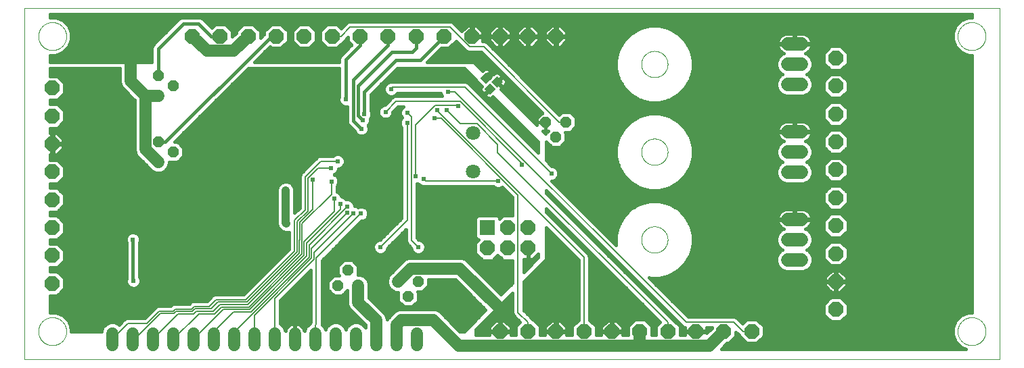
<source format=gbl>
G75*
%MOIN*%
%OFA0B0*%
%FSLAX25Y25*%
%IPPOS*%
%LPD*%
%AMOC8*
5,1,8,0,0,1.08239X$1,22.5*
%
%ADD10C,0.00000*%
%ADD11C,0.06600*%
%ADD12R,0.07400X0.07400*%
%ADD13OC8,0.07400*%
%ADD14C,0.07087*%
%ADD15OC8,0.05200*%
%ADD16OC8,0.07087*%
%ADD17C,0.05937*%
%ADD18R,0.04000X0.04000*%
%ADD19C,0.01600*%
%ADD20C,0.05906*%
%ADD21C,0.03999*%
%ADD22C,0.03562*%
%ADD23C,0.02400*%
%ADD24C,0.01575*%
%ADD25C,0.00600*%
D10*
X0001250Y0001250D02*
X0001250Y0174478D01*
X0481565Y0174478D01*
X0481565Y0001250D01*
X0001250Y0001250D01*
X0008140Y0015030D02*
X0008142Y0015199D01*
X0008148Y0015368D01*
X0008159Y0015537D01*
X0008173Y0015705D01*
X0008192Y0015873D01*
X0008215Y0016041D01*
X0008241Y0016208D01*
X0008272Y0016374D01*
X0008307Y0016540D01*
X0008346Y0016704D01*
X0008390Y0016868D01*
X0008437Y0017030D01*
X0008488Y0017191D01*
X0008543Y0017351D01*
X0008602Y0017510D01*
X0008664Y0017667D01*
X0008731Y0017822D01*
X0008802Y0017976D01*
X0008876Y0018128D01*
X0008954Y0018278D01*
X0009035Y0018426D01*
X0009120Y0018572D01*
X0009209Y0018716D01*
X0009301Y0018858D01*
X0009397Y0018997D01*
X0009496Y0019134D01*
X0009598Y0019269D01*
X0009704Y0019401D01*
X0009813Y0019530D01*
X0009925Y0019657D01*
X0010040Y0019781D01*
X0010158Y0019902D01*
X0010279Y0020020D01*
X0010403Y0020135D01*
X0010530Y0020247D01*
X0010659Y0020356D01*
X0010791Y0020462D01*
X0010926Y0020564D01*
X0011063Y0020663D01*
X0011202Y0020759D01*
X0011344Y0020851D01*
X0011488Y0020940D01*
X0011634Y0021025D01*
X0011782Y0021106D01*
X0011932Y0021184D01*
X0012084Y0021258D01*
X0012238Y0021329D01*
X0012393Y0021396D01*
X0012550Y0021458D01*
X0012709Y0021517D01*
X0012869Y0021572D01*
X0013030Y0021623D01*
X0013192Y0021670D01*
X0013356Y0021714D01*
X0013520Y0021753D01*
X0013686Y0021788D01*
X0013852Y0021819D01*
X0014019Y0021845D01*
X0014187Y0021868D01*
X0014355Y0021887D01*
X0014523Y0021901D01*
X0014692Y0021912D01*
X0014861Y0021918D01*
X0015030Y0021920D01*
X0015199Y0021918D01*
X0015368Y0021912D01*
X0015537Y0021901D01*
X0015705Y0021887D01*
X0015873Y0021868D01*
X0016041Y0021845D01*
X0016208Y0021819D01*
X0016374Y0021788D01*
X0016540Y0021753D01*
X0016704Y0021714D01*
X0016868Y0021670D01*
X0017030Y0021623D01*
X0017191Y0021572D01*
X0017351Y0021517D01*
X0017510Y0021458D01*
X0017667Y0021396D01*
X0017822Y0021329D01*
X0017976Y0021258D01*
X0018128Y0021184D01*
X0018278Y0021106D01*
X0018426Y0021025D01*
X0018572Y0020940D01*
X0018716Y0020851D01*
X0018858Y0020759D01*
X0018997Y0020663D01*
X0019134Y0020564D01*
X0019269Y0020462D01*
X0019401Y0020356D01*
X0019530Y0020247D01*
X0019657Y0020135D01*
X0019781Y0020020D01*
X0019902Y0019902D01*
X0020020Y0019781D01*
X0020135Y0019657D01*
X0020247Y0019530D01*
X0020356Y0019401D01*
X0020462Y0019269D01*
X0020564Y0019134D01*
X0020663Y0018997D01*
X0020759Y0018858D01*
X0020851Y0018716D01*
X0020940Y0018572D01*
X0021025Y0018426D01*
X0021106Y0018278D01*
X0021184Y0018128D01*
X0021258Y0017976D01*
X0021329Y0017822D01*
X0021396Y0017667D01*
X0021458Y0017510D01*
X0021517Y0017351D01*
X0021572Y0017191D01*
X0021623Y0017030D01*
X0021670Y0016868D01*
X0021714Y0016704D01*
X0021753Y0016540D01*
X0021788Y0016374D01*
X0021819Y0016208D01*
X0021845Y0016041D01*
X0021868Y0015873D01*
X0021887Y0015705D01*
X0021901Y0015537D01*
X0021912Y0015368D01*
X0021918Y0015199D01*
X0021920Y0015030D01*
X0021918Y0014861D01*
X0021912Y0014692D01*
X0021901Y0014523D01*
X0021887Y0014355D01*
X0021868Y0014187D01*
X0021845Y0014019D01*
X0021819Y0013852D01*
X0021788Y0013686D01*
X0021753Y0013520D01*
X0021714Y0013356D01*
X0021670Y0013192D01*
X0021623Y0013030D01*
X0021572Y0012869D01*
X0021517Y0012709D01*
X0021458Y0012550D01*
X0021396Y0012393D01*
X0021329Y0012238D01*
X0021258Y0012084D01*
X0021184Y0011932D01*
X0021106Y0011782D01*
X0021025Y0011634D01*
X0020940Y0011488D01*
X0020851Y0011344D01*
X0020759Y0011202D01*
X0020663Y0011063D01*
X0020564Y0010926D01*
X0020462Y0010791D01*
X0020356Y0010659D01*
X0020247Y0010530D01*
X0020135Y0010403D01*
X0020020Y0010279D01*
X0019902Y0010158D01*
X0019781Y0010040D01*
X0019657Y0009925D01*
X0019530Y0009813D01*
X0019401Y0009704D01*
X0019269Y0009598D01*
X0019134Y0009496D01*
X0018997Y0009397D01*
X0018858Y0009301D01*
X0018716Y0009209D01*
X0018572Y0009120D01*
X0018426Y0009035D01*
X0018278Y0008954D01*
X0018128Y0008876D01*
X0017976Y0008802D01*
X0017822Y0008731D01*
X0017667Y0008664D01*
X0017510Y0008602D01*
X0017351Y0008543D01*
X0017191Y0008488D01*
X0017030Y0008437D01*
X0016868Y0008390D01*
X0016704Y0008346D01*
X0016540Y0008307D01*
X0016374Y0008272D01*
X0016208Y0008241D01*
X0016041Y0008215D01*
X0015873Y0008192D01*
X0015705Y0008173D01*
X0015537Y0008159D01*
X0015368Y0008148D01*
X0015199Y0008142D01*
X0015030Y0008140D01*
X0014861Y0008142D01*
X0014692Y0008148D01*
X0014523Y0008159D01*
X0014355Y0008173D01*
X0014187Y0008192D01*
X0014019Y0008215D01*
X0013852Y0008241D01*
X0013686Y0008272D01*
X0013520Y0008307D01*
X0013356Y0008346D01*
X0013192Y0008390D01*
X0013030Y0008437D01*
X0012869Y0008488D01*
X0012709Y0008543D01*
X0012550Y0008602D01*
X0012393Y0008664D01*
X0012238Y0008731D01*
X0012084Y0008802D01*
X0011932Y0008876D01*
X0011782Y0008954D01*
X0011634Y0009035D01*
X0011488Y0009120D01*
X0011344Y0009209D01*
X0011202Y0009301D01*
X0011063Y0009397D01*
X0010926Y0009496D01*
X0010791Y0009598D01*
X0010659Y0009704D01*
X0010530Y0009813D01*
X0010403Y0009925D01*
X0010279Y0010040D01*
X0010158Y0010158D01*
X0010040Y0010279D01*
X0009925Y0010403D01*
X0009813Y0010530D01*
X0009704Y0010659D01*
X0009598Y0010791D01*
X0009496Y0010926D01*
X0009397Y0011063D01*
X0009301Y0011202D01*
X0009209Y0011344D01*
X0009120Y0011488D01*
X0009035Y0011634D01*
X0008954Y0011782D01*
X0008876Y0011932D01*
X0008802Y0012084D01*
X0008731Y0012238D01*
X0008664Y0012393D01*
X0008602Y0012550D01*
X0008543Y0012709D01*
X0008488Y0012869D01*
X0008437Y0013030D01*
X0008390Y0013192D01*
X0008346Y0013356D01*
X0008307Y0013520D01*
X0008272Y0013686D01*
X0008241Y0013852D01*
X0008215Y0014019D01*
X0008192Y0014187D01*
X0008173Y0014355D01*
X0008159Y0014523D01*
X0008148Y0014692D01*
X0008142Y0014861D01*
X0008140Y0015030D01*
X0305081Y0060305D02*
X0305083Y0060466D01*
X0305089Y0060626D01*
X0305099Y0060787D01*
X0305113Y0060947D01*
X0305131Y0061107D01*
X0305152Y0061266D01*
X0305178Y0061425D01*
X0305208Y0061583D01*
X0305241Y0061740D01*
X0305279Y0061897D01*
X0305320Y0062052D01*
X0305365Y0062206D01*
X0305414Y0062359D01*
X0305467Y0062511D01*
X0305523Y0062662D01*
X0305584Y0062811D01*
X0305647Y0062959D01*
X0305715Y0063105D01*
X0305786Y0063249D01*
X0305860Y0063391D01*
X0305938Y0063532D01*
X0306020Y0063670D01*
X0306105Y0063807D01*
X0306193Y0063941D01*
X0306285Y0064073D01*
X0306380Y0064203D01*
X0306478Y0064331D01*
X0306579Y0064456D01*
X0306683Y0064578D01*
X0306790Y0064698D01*
X0306900Y0064815D01*
X0307013Y0064930D01*
X0307129Y0065041D01*
X0307248Y0065150D01*
X0307369Y0065255D01*
X0307493Y0065358D01*
X0307619Y0065458D01*
X0307747Y0065554D01*
X0307878Y0065647D01*
X0308012Y0065737D01*
X0308147Y0065824D01*
X0308285Y0065907D01*
X0308424Y0065987D01*
X0308566Y0066063D01*
X0308709Y0066136D01*
X0308854Y0066205D01*
X0309001Y0066271D01*
X0309149Y0066333D01*
X0309299Y0066391D01*
X0309450Y0066446D01*
X0309603Y0066497D01*
X0309757Y0066544D01*
X0309912Y0066587D01*
X0310068Y0066626D01*
X0310224Y0066662D01*
X0310382Y0066693D01*
X0310540Y0066721D01*
X0310699Y0066745D01*
X0310859Y0066765D01*
X0311019Y0066781D01*
X0311179Y0066793D01*
X0311340Y0066801D01*
X0311501Y0066805D01*
X0311661Y0066805D01*
X0311822Y0066801D01*
X0311983Y0066793D01*
X0312143Y0066781D01*
X0312303Y0066765D01*
X0312463Y0066745D01*
X0312622Y0066721D01*
X0312780Y0066693D01*
X0312938Y0066662D01*
X0313094Y0066626D01*
X0313250Y0066587D01*
X0313405Y0066544D01*
X0313559Y0066497D01*
X0313712Y0066446D01*
X0313863Y0066391D01*
X0314013Y0066333D01*
X0314161Y0066271D01*
X0314308Y0066205D01*
X0314453Y0066136D01*
X0314596Y0066063D01*
X0314738Y0065987D01*
X0314877Y0065907D01*
X0315015Y0065824D01*
X0315150Y0065737D01*
X0315284Y0065647D01*
X0315415Y0065554D01*
X0315543Y0065458D01*
X0315669Y0065358D01*
X0315793Y0065255D01*
X0315914Y0065150D01*
X0316033Y0065041D01*
X0316149Y0064930D01*
X0316262Y0064815D01*
X0316372Y0064698D01*
X0316479Y0064578D01*
X0316583Y0064456D01*
X0316684Y0064331D01*
X0316782Y0064203D01*
X0316877Y0064073D01*
X0316969Y0063941D01*
X0317057Y0063807D01*
X0317142Y0063670D01*
X0317224Y0063532D01*
X0317302Y0063391D01*
X0317376Y0063249D01*
X0317447Y0063105D01*
X0317515Y0062959D01*
X0317578Y0062811D01*
X0317639Y0062662D01*
X0317695Y0062511D01*
X0317748Y0062359D01*
X0317797Y0062206D01*
X0317842Y0062052D01*
X0317883Y0061897D01*
X0317921Y0061740D01*
X0317954Y0061583D01*
X0317984Y0061425D01*
X0318010Y0061266D01*
X0318031Y0061107D01*
X0318049Y0060947D01*
X0318063Y0060787D01*
X0318073Y0060626D01*
X0318079Y0060466D01*
X0318081Y0060305D01*
X0318079Y0060144D01*
X0318073Y0059984D01*
X0318063Y0059823D01*
X0318049Y0059663D01*
X0318031Y0059503D01*
X0318010Y0059344D01*
X0317984Y0059185D01*
X0317954Y0059027D01*
X0317921Y0058870D01*
X0317883Y0058713D01*
X0317842Y0058558D01*
X0317797Y0058404D01*
X0317748Y0058251D01*
X0317695Y0058099D01*
X0317639Y0057948D01*
X0317578Y0057799D01*
X0317515Y0057651D01*
X0317447Y0057505D01*
X0317376Y0057361D01*
X0317302Y0057219D01*
X0317224Y0057078D01*
X0317142Y0056940D01*
X0317057Y0056803D01*
X0316969Y0056669D01*
X0316877Y0056537D01*
X0316782Y0056407D01*
X0316684Y0056279D01*
X0316583Y0056154D01*
X0316479Y0056032D01*
X0316372Y0055912D01*
X0316262Y0055795D01*
X0316149Y0055680D01*
X0316033Y0055569D01*
X0315914Y0055460D01*
X0315793Y0055355D01*
X0315669Y0055252D01*
X0315543Y0055152D01*
X0315415Y0055056D01*
X0315284Y0054963D01*
X0315150Y0054873D01*
X0315015Y0054786D01*
X0314877Y0054703D01*
X0314738Y0054623D01*
X0314596Y0054547D01*
X0314453Y0054474D01*
X0314308Y0054405D01*
X0314161Y0054339D01*
X0314013Y0054277D01*
X0313863Y0054219D01*
X0313712Y0054164D01*
X0313559Y0054113D01*
X0313405Y0054066D01*
X0313250Y0054023D01*
X0313094Y0053984D01*
X0312938Y0053948D01*
X0312780Y0053917D01*
X0312622Y0053889D01*
X0312463Y0053865D01*
X0312303Y0053845D01*
X0312143Y0053829D01*
X0311983Y0053817D01*
X0311822Y0053809D01*
X0311661Y0053805D01*
X0311501Y0053805D01*
X0311340Y0053809D01*
X0311179Y0053817D01*
X0311019Y0053829D01*
X0310859Y0053845D01*
X0310699Y0053865D01*
X0310540Y0053889D01*
X0310382Y0053917D01*
X0310224Y0053948D01*
X0310068Y0053984D01*
X0309912Y0054023D01*
X0309757Y0054066D01*
X0309603Y0054113D01*
X0309450Y0054164D01*
X0309299Y0054219D01*
X0309149Y0054277D01*
X0309001Y0054339D01*
X0308854Y0054405D01*
X0308709Y0054474D01*
X0308566Y0054547D01*
X0308424Y0054623D01*
X0308285Y0054703D01*
X0308147Y0054786D01*
X0308012Y0054873D01*
X0307878Y0054963D01*
X0307747Y0055056D01*
X0307619Y0055152D01*
X0307493Y0055252D01*
X0307369Y0055355D01*
X0307248Y0055460D01*
X0307129Y0055569D01*
X0307013Y0055680D01*
X0306900Y0055795D01*
X0306790Y0055912D01*
X0306683Y0056032D01*
X0306579Y0056154D01*
X0306478Y0056279D01*
X0306380Y0056407D01*
X0306285Y0056537D01*
X0306193Y0056669D01*
X0306105Y0056803D01*
X0306020Y0056940D01*
X0305938Y0057078D01*
X0305860Y0057219D01*
X0305786Y0057361D01*
X0305715Y0057505D01*
X0305647Y0057651D01*
X0305584Y0057799D01*
X0305523Y0057948D01*
X0305467Y0058099D01*
X0305414Y0058251D01*
X0305365Y0058404D01*
X0305320Y0058558D01*
X0305279Y0058713D01*
X0305241Y0058870D01*
X0305208Y0059027D01*
X0305178Y0059185D01*
X0305152Y0059344D01*
X0305131Y0059503D01*
X0305113Y0059663D01*
X0305099Y0059823D01*
X0305089Y0059984D01*
X0305083Y0060144D01*
X0305081Y0060305D01*
X0305081Y0103612D02*
X0305083Y0103773D01*
X0305089Y0103933D01*
X0305099Y0104094D01*
X0305113Y0104254D01*
X0305131Y0104414D01*
X0305152Y0104573D01*
X0305178Y0104732D01*
X0305208Y0104890D01*
X0305241Y0105047D01*
X0305279Y0105204D01*
X0305320Y0105359D01*
X0305365Y0105513D01*
X0305414Y0105666D01*
X0305467Y0105818D01*
X0305523Y0105969D01*
X0305584Y0106118D01*
X0305647Y0106266D01*
X0305715Y0106412D01*
X0305786Y0106556D01*
X0305860Y0106698D01*
X0305938Y0106839D01*
X0306020Y0106977D01*
X0306105Y0107114D01*
X0306193Y0107248D01*
X0306285Y0107380D01*
X0306380Y0107510D01*
X0306478Y0107638D01*
X0306579Y0107763D01*
X0306683Y0107885D01*
X0306790Y0108005D01*
X0306900Y0108122D01*
X0307013Y0108237D01*
X0307129Y0108348D01*
X0307248Y0108457D01*
X0307369Y0108562D01*
X0307493Y0108665D01*
X0307619Y0108765D01*
X0307747Y0108861D01*
X0307878Y0108954D01*
X0308012Y0109044D01*
X0308147Y0109131D01*
X0308285Y0109214D01*
X0308424Y0109294D01*
X0308566Y0109370D01*
X0308709Y0109443D01*
X0308854Y0109512D01*
X0309001Y0109578D01*
X0309149Y0109640D01*
X0309299Y0109698D01*
X0309450Y0109753D01*
X0309603Y0109804D01*
X0309757Y0109851D01*
X0309912Y0109894D01*
X0310068Y0109933D01*
X0310224Y0109969D01*
X0310382Y0110000D01*
X0310540Y0110028D01*
X0310699Y0110052D01*
X0310859Y0110072D01*
X0311019Y0110088D01*
X0311179Y0110100D01*
X0311340Y0110108D01*
X0311501Y0110112D01*
X0311661Y0110112D01*
X0311822Y0110108D01*
X0311983Y0110100D01*
X0312143Y0110088D01*
X0312303Y0110072D01*
X0312463Y0110052D01*
X0312622Y0110028D01*
X0312780Y0110000D01*
X0312938Y0109969D01*
X0313094Y0109933D01*
X0313250Y0109894D01*
X0313405Y0109851D01*
X0313559Y0109804D01*
X0313712Y0109753D01*
X0313863Y0109698D01*
X0314013Y0109640D01*
X0314161Y0109578D01*
X0314308Y0109512D01*
X0314453Y0109443D01*
X0314596Y0109370D01*
X0314738Y0109294D01*
X0314877Y0109214D01*
X0315015Y0109131D01*
X0315150Y0109044D01*
X0315284Y0108954D01*
X0315415Y0108861D01*
X0315543Y0108765D01*
X0315669Y0108665D01*
X0315793Y0108562D01*
X0315914Y0108457D01*
X0316033Y0108348D01*
X0316149Y0108237D01*
X0316262Y0108122D01*
X0316372Y0108005D01*
X0316479Y0107885D01*
X0316583Y0107763D01*
X0316684Y0107638D01*
X0316782Y0107510D01*
X0316877Y0107380D01*
X0316969Y0107248D01*
X0317057Y0107114D01*
X0317142Y0106977D01*
X0317224Y0106839D01*
X0317302Y0106698D01*
X0317376Y0106556D01*
X0317447Y0106412D01*
X0317515Y0106266D01*
X0317578Y0106118D01*
X0317639Y0105969D01*
X0317695Y0105818D01*
X0317748Y0105666D01*
X0317797Y0105513D01*
X0317842Y0105359D01*
X0317883Y0105204D01*
X0317921Y0105047D01*
X0317954Y0104890D01*
X0317984Y0104732D01*
X0318010Y0104573D01*
X0318031Y0104414D01*
X0318049Y0104254D01*
X0318063Y0104094D01*
X0318073Y0103933D01*
X0318079Y0103773D01*
X0318081Y0103612D01*
X0318079Y0103451D01*
X0318073Y0103291D01*
X0318063Y0103130D01*
X0318049Y0102970D01*
X0318031Y0102810D01*
X0318010Y0102651D01*
X0317984Y0102492D01*
X0317954Y0102334D01*
X0317921Y0102177D01*
X0317883Y0102020D01*
X0317842Y0101865D01*
X0317797Y0101711D01*
X0317748Y0101558D01*
X0317695Y0101406D01*
X0317639Y0101255D01*
X0317578Y0101106D01*
X0317515Y0100958D01*
X0317447Y0100812D01*
X0317376Y0100668D01*
X0317302Y0100526D01*
X0317224Y0100385D01*
X0317142Y0100247D01*
X0317057Y0100110D01*
X0316969Y0099976D01*
X0316877Y0099844D01*
X0316782Y0099714D01*
X0316684Y0099586D01*
X0316583Y0099461D01*
X0316479Y0099339D01*
X0316372Y0099219D01*
X0316262Y0099102D01*
X0316149Y0098987D01*
X0316033Y0098876D01*
X0315914Y0098767D01*
X0315793Y0098662D01*
X0315669Y0098559D01*
X0315543Y0098459D01*
X0315415Y0098363D01*
X0315284Y0098270D01*
X0315150Y0098180D01*
X0315015Y0098093D01*
X0314877Y0098010D01*
X0314738Y0097930D01*
X0314596Y0097854D01*
X0314453Y0097781D01*
X0314308Y0097712D01*
X0314161Y0097646D01*
X0314013Y0097584D01*
X0313863Y0097526D01*
X0313712Y0097471D01*
X0313559Y0097420D01*
X0313405Y0097373D01*
X0313250Y0097330D01*
X0313094Y0097291D01*
X0312938Y0097255D01*
X0312780Y0097224D01*
X0312622Y0097196D01*
X0312463Y0097172D01*
X0312303Y0097152D01*
X0312143Y0097136D01*
X0311983Y0097124D01*
X0311822Y0097116D01*
X0311661Y0097112D01*
X0311501Y0097112D01*
X0311340Y0097116D01*
X0311179Y0097124D01*
X0311019Y0097136D01*
X0310859Y0097152D01*
X0310699Y0097172D01*
X0310540Y0097196D01*
X0310382Y0097224D01*
X0310224Y0097255D01*
X0310068Y0097291D01*
X0309912Y0097330D01*
X0309757Y0097373D01*
X0309603Y0097420D01*
X0309450Y0097471D01*
X0309299Y0097526D01*
X0309149Y0097584D01*
X0309001Y0097646D01*
X0308854Y0097712D01*
X0308709Y0097781D01*
X0308566Y0097854D01*
X0308424Y0097930D01*
X0308285Y0098010D01*
X0308147Y0098093D01*
X0308012Y0098180D01*
X0307878Y0098270D01*
X0307747Y0098363D01*
X0307619Y0098459D01*
X0307493Y0098559D01*
X0307369Y0098662D01*
X0307248Y0098767D01*
X0307129Y0098876D01*
X0307013Y0098987D01*
X0306900Y0099102D01*
X0306790Y0099219D01*
X0306683Y0099339D01*
X0306579Y0099461D01*
X0306478Y0099586D01*
X0306380Y0099714D01*
X0306285Y0099844D01*
X0306193Y0099976D01*
X0306105Y0100110D01*
X0306020Y0100247D01*
X0305938Y0100385D01*
X0305860Y0100526D01*
X0305786Y0100668D01*
X0305715Y0100812D01*
X0305647Y0100958D01*
X0305584Y0101106D01*
X0305523Y0101255D01*
X0305467Y0101406D01*
X0305414Y0101558D01*
X0305365Y0101711D01*
X0305320Y0101865D01*
X0305279Y0102020D01*
X0305241Y0102177D01*
X0305208Y0102334D01*
X0305178Y0102492D01*
X0305152Y0102651D01*
X0305131Y0102810D01*
X0305113Y0102970D01*
X0305099Y0103130D01*
X0305089Y0103291D01*
X0305083Y0103451D01*
X0305081Y0103612D01*
X0305081Y0146919D02*
X0305083Y0147080D01*
X0305089Y0147240D01*
X0305099Y0147401D01*
X0305113Y0147561D01*
X0305131Y0147721D01*
X0305152Y0147880D01*
X0305178Y0148039D01*
X0305208Y0148197D01*
X0305241Y0148354D01*
X0305279Y0148511D01*
X0305320Y0148666D01*
X0305365Y0148820D01*
X0305414Y0148973D01*
X0305467Y0149125D01*
X0305523Y0149276D01*
X0305584Y0149425D01*
X0305647Y0149573D01*
X0305715Y0149719D01*
X0305786Y0149863D01*
X0305860Y0150005D01*
X0305938Y0150146D01*
X0306020Y0150284D01*
X0306105Y0150421D01*
X0306193Y0150555D01*
X0306285Y0150687D01*
X0306380Y0150817D01*
X0306478Y0150945D01*
X0306579Y0151070D01*
X0306683Y0151192D01*
X0306790Y0151312D01*
X0306900Y0151429D01*
X0307013Y0151544D01*
X0307129Y0151655D01*
X0307248Y0151764D01*
X0307369Y0151869D01*
X0307493Y0151972D01*
X0307619Y0152072D01*
X0307747Y0152168D01*
X0307878Y0152261D01*
X0308012Y0152351D01*
X0308147Y0152438D01*
X0308285Y0152521D01*
X0308424Y0152601D01*
X0308566Y0152677D01*
X0308709Y0152750D01*
X0308854Y0152819D01*
X0309001Y0152885D01*
X0309149Y0152947D01*
X0309299Y0153005D01*
X0309450Y0153060D01*
X0309603Y0153111D01*
X0309757Y0153158D01*
X0309912Y0153201D01*
X0310068Y0153240D01*
X0310224Y0153276D01*
X0310382Y0153307D01*
X0310540Y0153335D01*
X0310699Y0153359D01*
X0310859Y0153379D01*
X0311019Y0153395D01*
X0311179Y0153407D01*
X0311340Y0153415D01*
X0311501Y0153419D01*
X0311661Y0153419D01*
X0311822Y0153415D01*
X0311983Y0153407D01*
X0312143Y0153395D01*
X0312303Y0153379D01*
X0312463Y0153359D01*
X0312622Y0153335D01*
X0312780Y0153307D01*
X0312938Y0153276D01*
X0313094Y0153240D01*
X0313250Y0153201D01*
X0313405Y0153158D01*
X0313559Y0153111D01*
X0313712Y0153060D01*
X0313863Y0153005D01*
X0314013Y0152947D01*
X0314161Y0152885D01*
X0314308Y0152819D01*
X0314453Y0152750D01*
X0314596Y0152677D01*
X0314738Y0152601D01*
X0314877Y0152521D01*
X0315015Y0152438D01*
X0315150Y0152351D01*
X0315284Y0152261D01*
X0315415Y0152168D01*
X0315543Y0152072D01*
X0315669Y0151972D01*
X0315793Y0151869D01*
X0315914Y0151764D01*
X0316033Y0151655D01*
X0316149Y0151544D01*
X0316262Y0151429D01*
X0316372Y0151312D01*
X0316479Y0151192D01*
X0316583Y0151070D01*
X0316684Y0150945D01*
X0316782Y0150817D01*
X0316877Y0150687D01*
X0316969Y0150555D01*
X0317057Y0150421D01*
X0317142Y0150284D01*
X0317224Y0150146D01*
X0317302Y0150005D01*
X0317376Y0149863D01*
X0317447Y0149719D01*
X0317515Y0149573D01*
X0317578Y0149425D01*
X0317639Y0149276D01*
X0317695Y0149125D01*
X0317748Y0148973D01*
X0317797Y0148820D01*
X0317842Y0148666D01*
X0317883Y0148511D01*
X0317921Y0148354D01*
X0317954Y0148197D01*
X0317984Y0148039D01*
X0318010Y0147880D01*
X0318031Y0147721D01*
X0318049Y0147561D01*
X0318063Y0147401D01*
X0318073Y0147240D01*
X0318079Y0147080D01*
X0318081Y0146919D01*
X0318079Y0146758D01*
X0318073Y0146598D01*
X0318063Y0146437D01*
X0318049Y0146277D01*
X0318031Y0146117D01*
X0318010Y0145958D01*
X0317984Y0145799D01*
X0317954Y0145641D01*
X0317921Y0145484D01*
X0317883Y0145327D01*
X0317842Y0145172D01*
X0317797Y0145018D01*
X0317748Y0144865D01*
X0317695Y0144713D01*
X0317639Y0144562D01*
X0317578Y0144413D01*
X0317515Y0144265D01*
X0317447Y0144119D01*
X0317376Y0143975D01*
X0317302Y0143833D01*
X0317224Y0143692D01*
X0317142Y0143554D01*
X0317057Y0143417D01*
X0316969Y0143283D01*
X0316877Y0143151D01*
X0316782Y0143021D01*
X0316684Y0142893D01*
X0316583Y0142768D01*
X0316479Y0142646D01*
X0316372Y0142526D01*
X0316262Y0142409D01*
X0316149Y0142294D01*
X0316033Y0142183D01*
X0315914Y0142074D01*
X0315793Y0141969D01*
X0315669Y0141866D01*
X0315543Y0141766D01*
X0315415Y0141670D01*
X0315284Y0141577D01*
X0315150Y0141487D01*
X0315015Y0141400D01*
X0314877Y0141317D01*
X0314738Y0141237D01*
X0314596Y0141161D01*
X0314453Y0141088D01*
X0314308Y0141019D01*
X0314161Y0140953D01*
X0314013Y0140891D01*
X0313863Y0140833D01*
X0313712Y0140778D01*
X0313559Y0140727D01*
X0313405Y0140680D01*
X0313250Y0140637D01*
X0313094Y0140598D01*
X0312938Y0140562D01*
X0312780Y0140531D01*
X0312622Y0140503D01*
X0312463Y0140479D01*
X0312303Y0140459D01*
X0312143Y0140443D01*
X0311983Y0140431D01*
X0311822Y0140423D01*
X0311661Y0140419D01*
X0311501Y0140419D01*
X0311340Y0140423D01*
X0311179Y0140431D01*
X0311019Y0140443D01*
X0310859Y0140459D01*
X0310699Y0140479D01*
X0310540Y0140503D01*
X0310382Y0140531D01*
X0310224Y0140562D01*
X0310068Y0140598D01*
X0309912Y0140637D01*
X0309757Y0140680D01*
X0309603Y0140727D01*
X0309450Y0140778D01*
X0309299Y0140833D01*
X0309149Y0140891D01*
X0309001Y0140953D01*
X0308854Y0141019D01*
X0308709Y0141088D01*
X0308566Y0141161D01*
X0308424Y0141237D01*
X0308285Y0141317D01*
X0308147Y0141400D01*
X0308012Y0141487D01*
X0307878Y0141577D01*
X0307747Y0141670D01*
X0307619Y0141766D01*
X0307493Y0141866D01*
X0307369Y0141969D01*
X0307248Y0142074D01*
X0307129Y0142183D01*
X0307013Y0142294D01*
X0306900Y0142409D01*
X0306790Y0142526D01*
X0306683Y0142646D01*
X0306579Y0142768D01*
X0306478Y0142893D01*
X0306380Y0143021D01*
X0306285Y0143151D01*
X0306193Y0143283D01*
X0306105Y0143417D01*
X0306020Y0143554D01*
X0305938Y0143692D01*
X0305860Y0143833D01*
X0305786Y0143975D01*
X0305715Y0144119D01*
X0305647Y0144265D01*
X0305584Y0144413D01*
X0305523Y0144562D01*
X0305467Y0144713D01*
X0305414Y0144865D01*
X0305365Y0145018D01*
X0305320Y0145172D01*
X0305279Y0145327D01*
X0305241Y0145484D01*
X0305208Y0145641D01*
X0305178Y0145799D01*
X0305152Y0145958D01*
X0305131Y0146117D01*
X0305113Y0146277D01*
X0305099Y0146437D01*
X0305089Y0146598D01*
X0305083Y0146758D01*
X0305081Y0146919D01*
X0460895Y0160699D02*
X0460897Y0160868D01*
X0460903Y0161037D01*
X0460914Y0161206D01*
X0460928Y0161374D01*
X0460947Y0161542D01*
X0460970Y0161710D01*
X0460996Y0161877D01*
X0461027Y0162043D01*
X0461062Y0162209D01*
X0461101Y0162373D01*
X0461145Y0162537D01*
X0461192Y0162699D01*
X0461243Y0162860D01*
X0461298Y0163020D01*
X0461357Y0163179D01*
X0461419Y0163336D01*
X0461486Y0163491D01*
X0461557Y0163645D01*
X0461631Y0163797D01*
X0461709Y0163947D01*
X0461790Y0164095D01*
X0461875Y0164241D01*
X0461964Y0164385D01*
X0462056Y0164527D01*
X0462152Y0164666D01*
X0462251Y0164803D01*
X0462353Y0164938D01*
X0462459Y0165070D01*
X0462568Y0165199D01*
X0462680Y0165326D01*
X0462795Y0165450D01*
X0462913Y0165571D01*
X0463034Y0165689D01*
X0463158Y0165804D01*
X0463285Y0165916D01*
X0463414Y0166025D01*
X0463546Y0166131D01*
X0463681Y0166233D01*
X0463818Y0166332D01*
X0463957Y0166428D01*
X0464099Y0166520D01*
X0464243Y0166609D01*
X0464389Y0166694D01*
X0464537Y0166775D01*
X0464687Y0166853D01*
X0464839Y0166927D01*
X0464993Y0166998D01*
X0465148Y0167065D01*
X0465305Y0167127D01*
X0465464Y0167186D01*
X0465624Y0167241D01*
X0465785Y0167292D01*
X0465947Y0167339D01*
X0466111Y0167383D01*
X0466275Y0167422D01*
X0466441Y0167457D01*
X0466607Y0167488D01*
X0466774Y0167514D01*
X0466942Y0167537D01*
X0467110Y0167556D01*
X0467278Y0167570D01*
X0467447Y0167581D01*
X0467616Y0167587D01*
X0467785Y0167589D01*
X0467954Y0167587D01*
X0468123Y0167581D01*
X0468292Y0167570D01*
X0468460Y0167556D01*
X0468628Y0167537D01*
X0468796Y0167514D01*
X0468963Y0167488D01*
X0469129Y0167457D01*
X0469295Y0167422D01*
X0469459Y0167383D01*
X0469623Y0167339D01*
X0469785Y0167292D01*
X0469946Y0167241D01*
X0470106Y0167186D01*
X0470265Y0167127D01*
X0470422Y0167065D01*
X0470577Y0166998D01*
X0470731Y0166927D01*
X0470883Y0166853D01*
X0471033Y0166775D01*
X0471181Y0166694D01*
X0471327Y0166609D01*
X0471471Y0166520D01*
X0471613Y0166428D01*
X0471752Y0166332D01*
X0471889Y0166233D01*
X0472024Y0166131D01*
X0472156Y0166025D01*
X0472285Y0165916D01*
X0472412Y0165804D01*
X0472536Y0165689D01*
X0472657Y0165571D01*
X0472775Y0165450D01*
X0472890Y0165326D01*
X0473002Y0165199D01*
X0473111Y0165070D01*
X0473217Y0164938D01*
X0473319Y0164803D01*
X0473418Y0164666D01*
X0473514Y0164527D01*
X0473606Y0164385D01*
X0473695Y0164241D01*
X0473780Y0164095D01*
X0473861Y0163947D01*
X0473939Y0163797D01*
X0474013Y0163645D01*
X0474084Y0163491D01*
X0474151Y0163336D01*
X0474213Y0163179D01*
X0474272Y0163020D01*
X0474327Y0162860D01*
X0474378Y0162699D01*
X0474425Y0162537D01*
X0474469Y0162373D01*
X0474508Y0162209D01*
X0474543Y0162043D01*
X0474574Y0161877D01*
X0474600Y0161710D01*
X0474623Y0161542D01*
X0474642Y0161374D01*
X0474656Y0161206D01*
X0474667Y0161037D01*
X0474673Y0160868D01*
X0474675Y0160699D01*
X0474673Y0160530D01*
X0474667Y0160361D01*
X0474656Y0160192D01*
X0474642Y0160024D01*
X0474623Y0159856D01*
X0474600Y0159688D01*
X0474574Y0159521D01*
X0474543Y0159355D01*
X0474508Y0159189D01*
X0474469Y0159025D01*
X0474425Y0158861D01*
X0474378Y0158699D01*
X0474327Y0158538D01*
X0474272Y0158378D01*
X0474213Y0158219D01*
X0474151Y0158062D01*
X0474084Y0157907D01*
X0474013Y0157753D01*
X0473939Y0157601D01*
X0473861Y0157451D01*
X0473780Y0157303D01*
X0473695Y0157157D01*
X0473606Y0157013D01*
X0473514Y0156871D01*
X0473418Y0156732D01*
X0473319Y0156595D01*
X0473217Y0156460D01*
X0473111Y0156328D01*
X0473002Y0156199D01*
X0472890Y0156072D01*
X0472775Y0155948D01*
X0472657Y0155827D01*
X0472536Y0155709D01*
X0472412Y0155594D01*
X0472285Y0155482D01*
X0472156Y0155373D01*
X0472024Y0155267D01*
X0471889Y0155165D01*
X0471752Y0155066D01*
X0471613Y0154970D01*
X0471471Y0154878D01*
X0471327Y0154789D01*
X0471181Y0154704D01*
X0471033Y0154623D01*
X0470883Y0154545D01*
X0470731Y0154471D01*
X0470577Y0154400D01*
X0470422Y0154333D01*
X0470265Y0154271D01*
X0470106Y0154212D01*
X0469946Y0154157D01*
X0469785Y0154106D01*
X0469623Y0154059D01*
X0469459Y0154015D01*
X0469295Y0153976D01*
X0469129Y0153941D01*
X0468963Y0153910D01*
X0468796Y0153884D01*
X0468628Y0153861D01*
X0468460Y0153842D01*
X0468292Y0153828D01*
X0468123Y0153817D01*
X0467954Y0153811D01*
X0467785Y0153809D01*
X0467616Y0153811D01*
X0467447Y0153817D01*
X0467278Y0153828D01*
X0467110Y0153842D01*
X0466942Y0153861D01*
X0466774Y0153884D01*
X0466607Y0153910D01*
X0466441Y0153941D01*
X0466275Y0153976D01*
X0466111Y0154015D01*
X0465947Y0154059D01*
X0465785Y0154106D01*
X0465624Y0154157D01*
X0465464Y0154212D01*
X0465305Y0154271D01*
X0465148Y0154333D01*
X0464993Y0154400D01*
X0464839Y0154471D01*
X0464687Y0154545D01*
X0464537Y0154623D01*
X0464389Y0154704D01*
X0464243Y0154789D01*
X0464099Y0154878D01*
X0463957Y0154970D01*
X0463818Y0155066D01*
X0463681Y0155165D01*
X0463546Y0155267D01*
X0463414Y0155373D01*
X0463285Y0155482D01*
X0463158Y0155594D01*
X0463034Y0155709D01*
X0462913Y0155827D01*
X0462795Y0155948D01*
X0462680Y0156072D01*
X0462568Y0156199D01*
X0462459Y0156328D01*
X0462353Y0156460D01*
X0462251Y0156595D01*
X0462152Y0156732D01*
X0462056Y0156871D01*
X0461964Y0157013D01*
X0461875Y0157157D01*
X0461790Y0157303D01*
X0461709Y0157451D01*
X0461631Y0157601D01*
X0461557Y0157753D01*
X0461486Y0157907D01*
X0461419Y0158062D01*
X0461357Y0158219D01*
X0461298Y0158378D01*
X0461243Y0158538D01*
X0461192Y0158699D01*
X0461145Y0158861D01*
X0461101Y0159025D01*
X0461062Y0159189D01*
X0461027Y0159355D01*
X0460996Y0159521D01*
X0460970Y0159688D01*
X0460947Y0159856D01*
X0460928Y0160024D01*
X0460914Y0160192D01*
X0460903Y0160361D01*
X0460897Y0160530D01*
X0460895Y0160699D01*
X0460895Y0015030D02*
X0460897Y0015199D01*
X0460903Y0015368D01*
X0460914Y0015537D01*
X0460928Y0015705D01*
X0460947Y0015873D01*
X0460970Y0016041D01*
X0460996Y0016208D01*
X0461027Y0016374D01*
X0461062Y0016540D01*
X0461101Y0016704D01*
X0461145Y0016868D01*
X0461192Y0017030D01*
X0461243Y0017191D01*
X0461298Y0017351D01*
X0461357Y0017510D01*
X0461419Y0017667D01*
X0461486Y0017822D01*
X0461557Y0017976D01*
X0461631Y0018128D01*
X0461709Y0018278D01*
X0461790Y0018426D01*
X0461875Y0018572D01*
X0461964Y0018716D01*
X0462056Y0018858D01*
X0462152Y0018997D01*
X0462251Y0019134D01*
X0462353Y0019269D01*
X0462459Y0019401D01*
X0462568Y0019530D01*
X0462680Y0019657D01*
X0462795Y0019781D01*
X0462913Y0019902D01*
X0463034Y0020020D01*
X0463158Y0020135D01*
X0463285Y0020247D01*
X0463414Y0020356D01*
X0463546Y0020462D01*
X0463681Y0020564D01*
X0463818Y0020663D01*
X0463957Y0020759D01*
X0464099Y0020851D01*
X0464243Y0020940D01*
X0464389Y0021025D01*
X0464537Y0021106D01*
X0464687Y0021184D01*
X0464839Y0021258D01*
X0464993Y0021329D01*
X0465148Y0021396D01*
X0465305Y0021458D01*
X0465464Y0021517D01*
X0465624Y0021572D01*
X0465785Y0021623D01*
X0465947Y0021670D01*
X0466111Y0021714D01*
X0466275Y0021753D01*
X0466441Y0021788D01*
X0466607Y0021819D01*
X0466774Y0021845D01*
X0466942Y0021868D01*
X0467110Y0021887D01*
X0467278Y0021901D01*
X0467447Y0021912D01*
X0467616Y0021918D01*
X0467785Y0021920D01*
X0467954Y0021918D01*
X0468123Y0021912D01*
X0468292Y0021901D01*
X0468460Y0021887D01*
X0468628Y0021868D01*
X0468796Y0021845D01*
X0468963Y0021819D01*
X0469129Y0021788D01*
X0469295Y0021753D01*
X0469459Y0021714D01*
X0469623Y0021670D01*
X0469785Y0021623D01*
X0469946Y0021572D01*
X0470106Y0021517D01*
X0470265Y0021458D01*
X0470422Y0021396D01*
X0470577Y0021329D01*
X0470731Y0021258D01*
X0470883Y0021184D01*
X0471033Y0021106D01*
X0471181Y0021025D01*
X0471327Y0020940D01*
X0471471Y0020851D01*
X0471613Y0020759D01*
X0471752Y0020663D01*
X0471889Y0020564D01*
X0472024Y0020462D01*
X0472156Y0020356D01*
X0472285Y0020247D01*
X0472412Y0020135D01*
X0472536Y0020020D01*
X0472657Y0019902D01*
X0472775Y0019781D01*
X0472890Y0019657D01*
X0473002Y0019530D01*
X0473111Y0019401D01*
X0473217Y0019269D01*
X0473319Y0019134D01*
X0473418Y0018997D01*
X0473514Y0018858D01*
X0473606Y0018716D01*
X0473695Y0018572D01*
X0473780Y0018426D01*
X0473861Y0018278D01*
X0473939Y0018128D01*
X0474013Y0017976D01*
X0474084Y0017822D01*
X0474151Y0017667D01*
X0474213Y0017510D01*
X0474272Y0017351D01*
X0474327Y0017191D01*
X0474378Y0017030D01*
X0474425Y0016868D01*
X0474469Y0016704D01*
X0474508Y0016540D01*
X0474543Y0016374D01*
X0474574Y0016208D01*
X0474600Y0016041D01*
X0474623Y0015873D01*
X0474642Y0015705D01*
X0474656Y0015537D01*
X0474667Y0015368D01*
X0474673Y0015199D01*
X0474675Y0015030D01*
X0474673Y0014861D01*
X0474667Y0014692D01*
X0474656Y0014523D01*
X0474642Y0014355D01*
X0474623Y0014187D01*
X0474600Y0014019D01*
X0474574Y0013852D01*
X0474543Y0013686D01*
X0474508Y0013520D01*
X0474469Y0013356D01*
X0474425Y0013192D01*
X0474378Y0013030D01*
X0474327Y0012869D01*
X0474272Y0012709D01*
X0474213Y0012550D01*
X0474151Y0012393D01*
X0474084Y0012238D01*
X0474013Y0012084D01*
X0473939Y0011932D01*
X0473861Y0011782D01*
X0473780Y0011634D01*
X0473695Y0011488D01*
X0473606Y0011344D01*
X0473514Y0011202D01*
X0473418Y0011063D01*
X0473319Y0010926D01*
X0473217Y0010791D01*
X0473111Y0010659D01*
X0473002Y0010530D01*
X0472890Y0010403D01*
X0472775Y0010279D01*
X0472657Y0010158D01*
X0472536Y0010040D01*
X0472412Y0009925D01*
X0472285Y0009813D01*
X0472156Y0009704D01*
X0472024Y0009598D01*
X0471889Y0009496D01*
X0471752Y0009397D01*
X0471613Y0009301D01*
X0471471Y0009209D01*
X0471327Y0009120D01*
X0471181Y0009035D01*
X0471033Y0008954D01*
X0470883Y0008876D01*
X0470731Y0008802D01*
X0470577Y0008731D01*
X0470422Y0008664D01*
X0470265Y0008602D01*
X0470106Y0008543D01*
X0469946Y0008488D01*
X0469785Y0008437D01*
X0469623Y0008390D01*
X0469459Y0008346D01*
X0469295Y0008307D01*
X0469129Y0008272D01*
X0468963Y0008241D01*
X0468796Y0008215D01*
X0468628Y0008192D01*
X0468460Y0008173D01*
X0468292Y0008159D01*
X0468123Y0008148D01*
X0467954Y0008142D01*
X0467785Y0008140D01*
X0467616Y0008142D01*
X0467447Y0008148D01*
X0467278Y0008159D01*
X0467110Y0008173D01*
X0466942Y0008192D01*
X0466774Y0008215D01*
X0466607Y0008241D01*
X0466441Y0008272D01*
X0466275Y0008307D01*
X0466111Y0008346D01*
X0465947Y0008390D01*
X0465785Y0008437D01*
X0465624Y0008488D01*
X0465464Y0008543D01*
X0465305Y0008602D01*
X0465148Y0008664D01*
X0464993Y0008731D01*
X0464839Y0008802D01*
X0464687Y0008876D01*
X0464537Y0008954D01*
X0464389Y0009035D01*
X0464243Y0009120D01*
X0464099Y0009209D01*
X0463957Y0009301D01*
X0463818Y0009397D01*
X0463681Y0009496D01*
X0463546Y0009598D01*
X0463414Y0009704D01*
X0463285Y0009813D01*
X0463158Y0009925D01*
X0463034Y0010040D01*
X0462913Y0010158D01*
X0462795Y0010279D01*
X0462680Y0010403D01*
X0462568Y0010530D01*
X0462459Y0010659D01*
X0462353Y0010791D01*
X0462251Y0010926D01*
X0462152Y0011063D01*
X0462056Y0011202D01*
X0461964Y0011344D01*
X0461875Y0011488D01*
X0461790Y0011634D01*
X0461709Y0011782D01*
X0461631Y0011932D01*
X0461557Y0012084D01*
X0461486Y0012238D01*
X0461419Y0012393D01*
X0461357Y0012550D01*
X0461298Y0012709D01*
X0461243Y0012869D01*
X0461192Y0013030D01*
X0461145Y0013192D01*
X0461101Y0013356D01*
X0461062Y0013520D01*
X0461027Y0013686D01*
X0460996Y0013852D01*
X0460970Y0014019D01*
X0460947Y0014187D01*
X0460928Y0014355D01*
X0460914Y0014523D01*
X0460903Y0014692D01*
X0460897Y0014861D01*
X0460895Y0015030D01*
X0008140Y0160699D02*
X0008142Y0160868D01*
X0008148Y0161037D01*
X0008159Y0161206D01*
X0008173Y0161374D01*
X0008192Y0161542D01*
X0008215Y0161710D01*
X0008241Y0161877D01*
X0008272Y0162043D01*
X0008307Y0162209D01*
X0008346Y0162373D01*
X0008390Y0162537D01*
X0008437Y0162699D01*
X0008488Y0162860D01*
X0008543Y0163020D01*
X0008602Y0163179D01*
X0008664Y0163336D01*
X0008731Y0163491D01*
X0008802Y0163645D01*
X0008876Y0163797D01*
X0008954Y0163947D01*
X0009035Y0164095D01*
X0009120Y0164241D01*
X0009209Y0164385D01*
X0009301Y0164527D01*
X0009397Y0164666D01*
X0009496Y0164803D01*
X0009598Y0164938D01*
X0009704Y0165070D01*
X0009813Y0165199D01*
X0009925Y0165326D01*
X0010040Y0165450D01*
X0010158Y0165571D01*
X0010279Y0165689D01*
X0010403Y0165804D01*
X0010530Y0165916D01*
X0010659Y0166025D01*
X0010791Y0166131D01*
X0010926Y0166233D01*
X0011063Y0166332D01*
X0011202Y0166428D01*
X0011344Y0166520D01*
X0011488Y0166609D01*
X0011634Y0166694D01*
X0011782Y0166775D01*
X0011932Y0166853D01*
X0012084Y0166927D01*
X0012238Y0166998D01*
X0012393Y0167065D01*
X0012550Y0167127D01*
X0012709Y0167186D01*
X0012869Y0167241D01*
X0013030Y0167292D01*
X0013192Y0167339D01*
X0013356Y0167383D01*
X0013520Y0167422D01*
X0013686Y0167457D01*
X0013852Y0167488D01*
X0014019Y0167514D01*
X0014187Y0167537D01*
X0014355Y0167556D01*
X0014523Y0167570D01*
X0014692Y0167581D01*
X0014861Y0167587D01*
X0015030Y0167589D01*
X0015199Y0167587D01*
X0015368Y0167581D01*
X0015537Y0167570D01*
X0015705Y0167556D01*
X0015873Y0167537D01*
X0016041Y0167514D01*
X0016208Y0167488D01*
X0016374Y0167457D01*
X0016540Y0167422D01*
X0016704Y0167383D01*
X0016868Y0167339D01*
X0017030Y0167292D01*
X0017191Y0167241D01*
X0017351Y0167186D01*
X0017510Y0167127D01*
X0017667Y0167065D01*
X0017822Y0166998D01*
X0017976Y0166927D01*
X0018128Y0166853D01*
X0018278Y0166775D01*
X0018426Y0166694D01*
X0018572Y0166609D01*
X0018716Y0166520D01*
X0018858Y0166428D01*
X0018997Y0166332D01*
X0019134Y0166233D01*
X0019269Y0166131D01*
X0019401Y0166025D01*
X0019530Y0165916D01*
X0019657Y0165804D01*
X0019781Y0165689D01*
X0019902Y0165571D01*
X0020020Y0165450D01*
X0020135Y0165326D01*
X0020247Y0165199D01*
X0020356Y0165070D01*
X0020462Y0164938D01*
X0020564Y0164803D01*
X0020663Y0164666D01*
X0020759Y0164527D01*
X0020851Y0164385D01*
X0020940Y0164241D01*
X0021025Y0164095D01*
X0021106Y0163947D01*
X0021184Y0163797D01*
X0021258Y0163645D01*
X0021329Y0163491D01*
X0021396Y0163336D01*
X0021458Y0163179D01*
X0021517Y0163020D01*
X0021572Y0162860D01*
X0021623Y0162699D01*
X0021670Y0162537D01*
X0021714Y0162373D01*
X0021753Y0162209D01*
X0021788Y0162043D01*
X0021819Y0161877D01*
X0021845Y0161710D01*
X0021868Y0161542D01*
X0021887Y0161374D01*
X0021901Y0161206D01*
X0021912Y0161037D01*
X0021918Y0160868D01*
X0021920Y0160699D01*
X0021918Y0160530D01*
X0021912Y0160361D01*
X0021901Y0160192D01*
X0021887Y0160024D01*
X0021868Y0159856D01*
X0021845Y0159688D01*
X0021819Y0159521D01*
X0021788Y0159355D01*
X0021753Y0159189D01*
X0021714Y0159025D01*
X0021670Y0158861D01*
X0021623Y0158699D01*
X0021572Y0158538D01*
X0021517Y0158378D01*
X0021458Y0158219D01*
X0021396Y0158062D01*
X0021329Y0157907D01*
X0021258Y0157753D01*
X0021184Y0157601D01*
X0021106Y0157451D01*
X0021025Y0157303D01*
X0020940Y0157157D01*
X0020851Y0157013D01*
X0020759Y0156871D01*
X0020663Y0156732D01*
X0020564Y0156595D01*
X0020462Y0156460D01*
X0020356Y0156328D01*
X0020247Y0156199D01*
X0020135Y0156072D01*
X0020020Y0155948D01*
X0019902Y0155827D01*
X0019781Y0155709D01*
X0019657Y0155594D01*
X0019530Y0155482D01*
X0019401Y0155373D01*
X0019269Y0155267D01*
X0019134Y0155165D01*
X0018997Y0155066D01*
X0018858Y0154970D01*
X0018716Y0154878D01*
X0018572Y0154789D01*
X0018426Y0154704D01*
X0018278Y0154623D01*
X0018128Y0154545D01*
X0017976Y0154471D01*
X0017822Y0154400D01*
X0017667Y0154333D01*
X0017510Y0154271D01*
X0017351Y0154212D01*
X0017191Y0154157D01*
X0017030Y0154106D01*
X0016868Y0154059D01*
X0016704Y0154015D01*
X0016540Y0153976D01*
X0016374Y0153941D01*
X0016208Y0153910D01*
X0016041Y0153884D01*
X0015873Y0153861D01*
X0015705Y0153842D01*
X0015537Y0153828D01*
X0015368Y0153817D01*
X0015199Y0153811D01*
X0015030Y0153809D01*
X0014861Y0153811D01*
X0014692Y0153817D01*
X0014523Y0153828D01*
X0014355Y0153842D01*
X0014187Y0153861D01*
X0014019Y0153884D01*
X0013852Y0153910D01*
X0013686Y0153941D01*
X0013520Y0153976D01*
X0013356Y0154015D01*
X0013192Y0154059D01*
X0013030Y0154106D01*
X0012869Y0154157D01*
X0012709Y0154212D01*
X0012550Y0154271D01*
X0012393Y0154333D01*
X0012238Y0154400D01*
X0012084Y0154471D01*
X0011932Y0154545D01*
X0011782Y0154623D01*
X0011634Y0154704D01*
X0011488Y0154789D01*
X0011344Y0154878D01*
X0011202Y0154970D01*
X0011063Y0155066D01*
X0010926Y0155165D01*
X0010791Y0155267D01*
X0010659Y0155373D01*
X0010530Y0155482D01*
X0010403Y0155594D01*
X0010279Y0155709D01*
X0010158Y0155827D01*
X0010040Y0155948D01*
X0009925Y0156072D01*
X0009813Y0156199D01*
X0009704Y0156328D01*
X0009598Y0156460D01*
X0009496Y0156595D01*
X0009397Y0156732D01*
X0009301Y0156871D01*
X0009209Y0157013D01*
X0009120Y0157157D01*
X0009035Y0157303D01*
X0008954Y0157451D01*
X0008876Y0157601D01*
X0008802Y0157753D01*
X0008731Y0157907D01*
X0008664Y0158062D01*
X0008602Y0158219D01*
X0008543Y0158378D01*
X0008488Y0158538D01*
X0008437Y0158699D01*
X0008390Y0158861D01*
X0008346Y0159025D01*
X0008307Y0159189D01*
X0008272Y0159355D01*
X0008241Y0159521D01*
X0008215Y0159688D01*
X0008192Y0159856D01*
X0008173Y0160024D01*
X0008159Y0160192D01*
X0008148Y0160361D01*
X0008142Y0160530D01*
X0008140Y0160699D01*
D11*
X0377281Y0156919D02*
X0383881Y0156919D01*
X0383881Y0146919D02*
X0377281Y0146919D01*
X0377281Y0136919D02*
X0383881Y0136919D01*
X0383881Y0113612D02*
X0377281Y0113612D01*
X0377281Y0103612D02*
X0383881Y0103612D01*
X0383881Y0093612D02*
X0377281Y0093612D01*
X0377281Y0070305D02*
X0383881Y0070305D01*
X0383881Y0060305D02*
X0377281Y0060305D01*
X0377281Y0050305D02*
X0383881Y0050305D01*
D12*
X0229400Y0066171D03*
D13*
X0239400Y0066171D03*
X0249400Y0066171D03*
X0249400Y0056171D03*
X0239400Y0056171D03*
X0229400Y0056171D03*
D14*
X0222234Y0093758D03*
X0222234Y0112758D03*
D15*
X0258061Y0118376D03*
X0268061Y0118376D03*
X0263061Y0110876D03*
X0160699Y0045167D03*
X0165699Y0037667D03*
X0155699Y0037667D03*
X0185226Y0039636D03*
X0195226Y0039636D03*
X0190226Y0032136D03*
X0067195Y0098612D03*
X0074695Y0103612D03*
X0067195Y0108612D03*
X0067195Y0131093D03*
X0074695Y0136093D03*
X0067195Y0141093D03*
D16*
X0015030Y0135108D03*
X0015030Y0121329D03*
X0015030Y0107549D03*
X0015030Y0093770D03*
X0015030Y0079990D03*
X0015030Y0066211D03*
X0015030Y0052431D03*
X0015030Y0038652D03*
X0235502Y0015030D03*
X0249281Y0015030D03*
X0263061Y0015030D03*
X0276841Y0015030D03*
X0290620Y0015030D03*
X0304400Y0015030D03*
X0318179Y0015030D03*
X0331959Y0015030D03*
X0345738Y0015030D03*
X0359518Y0015030D03*
X0400856Y0025856D03*
X0400856Y0039636D03*
X0400856Y0053415D03*
X0400856Y0067195D03*
X0400856Y0080974D03*
X0400856Y0094754D03*
X0400856Y0108533D03*
X0400856Y0122313D03*
X0400856Y0136093D03*
X0400856Y0149872D03*
X0263061Y0160699D03*
X0249281Y0160699D03*
X0235502Y0160699D03*
X0221722Y0160699D03*
X0207943Y0160699D03*
X0194163Y0160699D03*
X0180384Y0160699D03*
X0166604Y0160699D03*
X0152825Y0160699D03*
X0139045Y0160699D03*
X0125266Y0160699D03*
X0111486Y0160699D03*
X0097707Y0160699D03*
X0083927Y0160699D03*
D17*
X0084478Y0014061D02*
X0084478Y0008124D01*
X0074478Y0008124D02*
X0074478Y0014061D01*
X0064478Y0014061D02*
X0064478Y0008124D01*
X0054478Y0008124D02*
X0054478Y0014061D01*
X0044478Y0014061D02*
X0044478Y0008124D01*
X0094478Y0008124D02*
X0094478Y0014061D01*
X0104478Y0014061D02*
X0104478Y0008124D01*
X0114478Y0008124D02*
X0114478Y0014061D01*
X0124478Y0014061D02*
X0124478Y0008124D01*
X0134478Y0008124D02*
X0134478Y0014061D01*
X0144478Y0014061D02*
X0144478Y0008124D01*
X0154478Y0008124D02*
X0154478Y0014061D01*
X0164478Y0014061D02*
X0164478Y0008124D01*
X0174478Y0008124D02*
X0174478Y0014061D01*
X0184478Y0014061D02*
X0184478Y0008124D01*
X0194478Y0008124D02*
X0194478Y0014061D01*
D18*
G36*
X0230450Y0137478D02*
X0233278Y0134650D01*
X0230450Y0131822D01*
X0227622Y0134650D01*
X0230450Y0137478D01*
G37*
G36*
X0228682Y0142781D02*
X0231510Y0139953D01*
X0228682Y0137125D01*
X0225854Y0139953D01*
X0228682Y0142781D01*
G37*
G36*
X0233986Y0141013D02*
X0236814Y0138185D01*
X0233986Y0135357D01*
X0231158Y0138185D01*
X0233986Y0141013D01*
G37*
D19*
X0235091Y0142454D02*
X0236531Y0141014D01*
X0233986Y0138468D01*
X0234268Y0138185D01*
X0236814Y0135640D01*
X0238254Y0137080D01*
X0238491Y0137491D01*
X0238614Y0137948D01*
X0238614Y0138422D01*
X0238491Y0138880D01*
X0238254Y0139291D01*
X0236814Y0140731D01*
X0234268Y0138185D01*
X0233986Y0137902D01*
X0236531Y0135357D01*
X0235892Y0134718D01*
X0253661Y0116949D01*
X0253661Y0118376D01*
X0258061Y0118376D01*
X0258061Y0118376D01*
X0253661Y0118376D01*
X0253661Y0120199D01*
X0256238Y0122776D01*
X0256342Y0122776D01*
X0226334Y0152784D01*
X0220018Y0152784D01*
X0219026Y0153195D01*
X0213886Y0158334D01*
X0213886Y0158237D01*
X0210405Y0154756D01*
X0206507Y0154756D01*
X0199655Y0147904D01*
X0222707Y0147904D01*
X0226983Y0143628D01*
X0227577Y0144222D01*
X0227987Y0144459D01*
X0228445Y0144582D01*
X0228919Y0144582D01*
X0229377Y0144459D01*
X0229787Y0144222D01*
X0231228Y0142782D01*
X0229528Y0141082D01*
X0229811Y0140799D01*
X0231511Y0142499D01*
X0232218Y0141792D01*
X0232880Y0142454D01*
X0233291Y0142691D01*
X0233749Y0142814D01*
X0234222Y0142814D01*
X0234680Y0142691D01*
X0235091Y0142454D01*
X0235626Y0141919D02*
X0237199Y0141919D01*
X0237224Y0140320D02*
X0238798Y0140320D01*
X0238534Y0138722D02*
X0240396Y0138722D01*
X0241995Y0137123D02*
X0238279Y0137123D01*
X0236363Y0135525D02*
X0243593Y0135525D01*
X0245192Y0133926D02*
X0236684Y0133926D01*
X0238282Y0132328D02*
X0246790Y0132328D01*
X0248389Y0130729D02*
X0239881Y0130729D01*
X0241479Y0129131D02*
X0249987Y0129131D01*
X0251586Y0127532D02*
X0243078Y0127532D01*
X0244676Y0125934D02*
X0253184Y0125934D01*
X0254783Y0124335D02*
X0246275Y0124335D01*
X0247873Y0122737D02*
X0256199Y0122737D01*
X0254601Y0121138D02*
X0249472Y0121138D01*
X0251070Y0119540D02*
X0253661Y0119540D01*
X0253661Y0117941D02*
X0252669Y0117941D01*
X0258061Y0117941D02*
X0258061Y0117941D01*
X0258061Y0118376D02*
X0258061Y0113976D01*
X0258061Y0118376D01*
X0258061Y0118376D01*
X0258061Y0116343D02*
X0258061Y0116343D01*
X0258061Y0114744D02*
X0258061Y0114744D01*
X0258061Y0113976D02*
X0256634Y0113976D01*
X0258061Y0112549D01*
X0258061Y0112947D01*
X0259090Y0113976D01*
X0258061Y0113976D01*
X0258260Y0113146D02*
X0257464Y0113146D01*
X0251189Y0111547D02*
X0246069Y0111547D01*
X0247668Y0109949D02*
X0252787Y0109949D01*
X0254203Y0108533D02*
X0254203Y0103414D01*
X0220654Y0136963D01*
X0219894Y0137722D01*
X0218902Y0138133D01*
X0182927Y0138133D01*
X0182650Y0138248D01*
X0181218Y0138248D01*
X0179895Y0137700D01*
X0178882Y0136687D01*
X0178334Y0135364D01*
X0178334Y0133932D01*
X0178882Y0132609D01*
X0179895Y0131596D01*
X0181218Y0131048D01*
X0182650Y0131048D01*
X0183973Y0131596D01*
X0184986Y0132609D01*
X0185037Y0132733D01*
X0206283Y0132733D01*
X0206283Y0132535D01*
X0206831Y0131212D01*
X0206855Y0131188D01*
X0183714Y0131188D01*
X0182721Y0130777D01*
X0178901Y0126957D01*
X0178403Y0126957D01*
X0177080Y0126409D01*
X0176067Y0125396D01*
X0175519Y0124073D01*
X0175519Y0122641D01*
X0176067Y0121317D01*
X0177080Y0120305D01*
X0178403Y0119757D01*
X0179835Y0119757D01*
X0181159Y0120305D01*
X0182171Y0121317D01*
X0182719Y0122641D01*
X0182719Y0123138D01*
X0185369Y0125788D01*
X0187866Y0125788D01*
X0186902Y0124825D01*
X0186354Y0123502D01*
X0186354Y0122069D01*
X0186902Y0120746D01*
X0187177Y0120472D01*
X0186712Y0120007D01*
X0186164Y0118684D01*
X0186164Y0117252D01*
X0186712Y0115928D01*
X0187064Y0115577D01*
X0187064Y0070916D01*
X0176345Y0060198D01*
X0175848Y0060198D01*
X0174525Y0059650D01*
X0173512Y0058637D01*
X0172964Y0057314D01*
X0172964Y0055882D01*
X0173512Y0054558D01*
X0174525Y0053546D01*
X0175848Y0052998D01*
X0177280Y0052998D01*
X0178603Y0053546D01*
X0179616Y0054558D01*
X0180164Y0055882D01*
X0180164Y0056379D01*
X0189165Y0065380D01*
X0189165Y0059432D01*
X0189576Y0058439D01*
X0190335Y0057680D01*
X0191636Y0056379D01*
X0191636Y0055882D01*
X0192184Y0054558D01*
X0193197Y0053546D01*
X0194520Y0052998D01*
X0195952Y0052998D01*
X0197275Y0053546D01*
X0198288Y0054558D01*
X0198836Y0055882D01*
X0198836Y0057314D01*
X0198288Y0058637D01*
X0197275Y0059650D01*
X0195952Y0060198D01*
X0195454Y0060198D01*
X0194565Y0061087D01*
X0194565Y0087924D01*
X0194775Y0087924D01*
X0194919Y0087984D01*
X0195760Y0087143D01*
X0197083Y0086595D01*
X0198011Y0086595D01*
X0198268Y0086489D01*
X0232073Y0086489D01*
X0232425Y0086137D01*
X0233748Y0085589D01*
X0235180Y0085589D01*
X0236503Y0086137D01*
X0236586Y0086219D01*
X0241700Y0081105D01*
X0241700Y0072271D01*
X0236873Y0072271D01*
X0235339Y0070737D01*
X0235134Y0071231D01*
X0234459Y0071906D01*
X0233577Y0072271D01*
X0225222Y0072271D01*
X0224340Y0071906D01*
X0223665Y0071231D01*
X0223300Y0070349D01*
X0223300Y0061994D01*
X0223665Y0061112D01*
X0224340Y0060437D01*
X0224834Y0060232D01*
X0223300Y0058698D01*
X0223300Y0053645D01*
X0226873Y0050071D01*
X0231926Y0050071D01*
X0234400Y0052545D01*
X0236873Y0050071D01*
X0241700Y0050071D01*
X0241700Y0038944D01*
X0235972Y0033216D01*
X0220169Y0049018D01*
X0218664Y0050524D01*
X0216696Y0051339D01*
X0190512Y0051339D01*
X0188545Y0050524D01*
X0180689Y0042668D01*
X0180336Y0041816D01*
X0180226Y0041707D01*
X0180226Y0041552D01*
X0179874Y0040701D01*
X0179874Y0038571D01*
X0180226Y0037719D01*
X0180226Y0037565D01*
X0180336Y0037455D01*
X0180689Y0036604D01*
X0182194Y0035098D01*
X0183046Y0034745D01*
X0183155Y0034636D01*
X0183310Y0034636D01*
X0184162Y0034283D01*
X0185303Y0034283D01*
X0185226Y0034207D01*
X0185226Y0030065D01*
X0188155Y0027136D01*
X0192297Y0027136D01*
X0195226Y0030065D01*
X0195226Y0034207D01*
X0194797Y0034636D01*
X0197297Y0034636D01*
X0200226Y0037565D01*
X0200226Y0040633D01*
X0213414Y0040633D01*
X0228402Y0025646D01*
X0217785Y0015030D01*
X0215699Y0015030D01*
X0207113Y0023615D01*
X0205608Y0025121D01*
X0203640Y0025935D01*
X0185841Y0025935D01*
X0183874Y0025121D01*
X0182368Y0023615D01*
X0179941Y0021187D01*
X0179831Y0020923D01*
X0179831Y0021647D01*
X0179016Y0023615D01*
X0171052Y0031579D01*
X0171052Y0038732D01*
X0170699Y0039584D01*
X0170699Y0039738D01*
X0170589Y0039848D01*
X0170237Y0040699D01*
X0168731Y0042205D01*
X0167879Y0042558D01*
X0167770Y0042667D01*
X0167615Y0042667D01*
X0166764Y0043020D01*
X0165623Y0043020D01*
X0165699Y0043096D01*
X0165699Y0047238D01*
X0162770Y0050167D01*
X0158628Y0050167D01*
X0155699Y0047238D01*
X0155699Y0043096D01*
X0156128Y0042667D01*
X0153628Y0042667D01*
X0150699Y0039738D01*
X0150699Y0035596D01*
X0153628Y0032667D01*
X0157770Y0032667D01*
X0160346Y0035244D01*
X0160346Y0028297D01*
X0161161Y0026330D01*
X0162667Y0024824D01*
X0169126Y0018365D01*
X0169126Y0016870D01*
X0169030Y0017102D01*
X0167519Y0018612D01*
X0165546Y0019430D01*
X0163410Y0019430D01*
X0161437Y0018612D01*
X0159927Y0017102D01*
X0159478Y0016019D01*
X0159030Y0017102D01*
X0157519Y0018612D01*
X0155546Y0019430D01*
X0153410Y0019430D01*
X0151437Y0018612D01*
X0149927Y0017102D01*
X0149478Y0016019D01*
X0149030Y0017102D01*
X0147744Y0018388D01*
X0147744Y0049988D01*
X0167262Y0069507D01*
X0167760Y0069507D01*
X0169083Y0070055D01*
X0170096Y0071067D01*
X0170644Y0072391D01*
X0170644Y0073823D01*
X0170096Y0075146D01*
X0169083Y0076159D01*
X0167760Y0076707D01*
X0166328Y0076707D01*
X0165482Y0076356D01*
X0165419Y0076419D01*
X0164096Y0076967D01*
X0163905Y0076967D01*
X0163905Y0077322D01*
X0163357Y0078645D01*
X0162345Y0079657D01*
X0161022Y0080205D01*
X0159617Y0080205D01*
X0158936Y0080887D01*
X0157613Y0081435D01*
X0157577Y0081435D01*
X0157066Y0082668D01*
X0156054Y0083681D01*
X0155168Y0084048D01*
X0155168Y0086691D01*
X0155520Y0087043D01*
X0156068Y0088366D01*
X0156068Y0089798D01*
X0155520Y0091121D01*
X0154507Y0092134D01*
X0153817Y0092420D01*
X0154373Y0092650D01*
X0155385Y0093662D01*
X0155933Y0094985D01*
X0155933Y0095337D01*
X0156242Y0095337D01*
X0157566Y0095885D01*
X0158578Y0096898D01*
X0159126Y0098221D01*
X0159126Y0099653D01*
X0158578Y0100977D01*
X0157566Y0101989D01*
X0156242Y0102537D01*
X0154810Y0102537D01*
X0153487Y0101989D01*
X0153135Y0101637D01*
X0146716Y0101637D01*
X0145724Y0101226D01*
X0144965Y0100467D01*
X0137263Y0092765D01*
X0136852Y0091773D01*
X0136852Y0076032D01*
X0134378Y0073557D01*
X0134378Y0085430D01*
X0133708Y0087047D01*
X0132470Y0088285D01*
X0130853Y0088954D01*
X0129103Y0088954D01*
X0127486Y0088285D01*
X0126248Y0087047D01*
X0125578Y0085430D01*
X0125578Y0067769D01*
X0126248Y0066152D01*
X0127892Y0064508D01*
X0129509Y0063839D01*
X0131259Y0063839D01*
X0131697Y0064020D01*
X0131697Y0062129D01*
X0131540Y0061750D01*
X0131540Y0055731D01*
X0109161Y0033352D01*
X0096973Y0033352D01*
X0096973Y0033353D01*
X0096434Y0033352D01*
X0095900Y0033352D01*
X0095899Y0033352D01*
X0095650Y0033352D01*
X0095113Y0033352D01*
X0095112Y0033352D01*
X0095111Y0033352D01*
X0094614Y0033145D01*
X0094120Y0032941D01*
X0094120Y0032940D01*
X0094119Y0032940D01*
X0093739Y0032560D01*
X0091210Y0030030D01*
X0084358Y0030030D01*
X0083366Y0029619D01*
X0082606Y0028860D01*
X0082422Y0028675D01*
X0074986Y0028675D01*
X0073993Y0028264D01*
X0073406Y0027677D01*
X0067166Y0027677D01*
X0066174Y0027266D01*
X0065414Y0026507D01*
X0060582Y0021674D01*
X0051823Y0021674D01*
X0050830Y0021263D01*
X0050071Y0020503D01*
X0047850Y0018282D01*
X0047519Y0018612D01*
X0045546Y0019430D01*
X0043410Y0019430D01*
X0041437Y0018612D01*
X0039927Y0017102D01*
X0039110Y0015129D01*
X0039110Y0015030D01*
X0024319Y0015030D01*
X0024319Y0016877D01*
X0022905Y0020292D01*
X0020292Y0022905D01*
X0016877Y0024319D01*
X0014045Y0024319D01*
X0014045Y0032708D01*
X0017491Y0032708D01*
X0020973Y0036190D01*
X0020973Y0041113D01*
X0017491Y0044595D01*
X0014045Y0044595D01*
X0014045Y0046488D01*
X0017491Y0046488D01*
X0020973Y0049969D01*
X0020973Y0054893D01*
X0017491Y0058374D01*
X0014045Y0058374D01*
X0014045Y0060267D01*
X0017491Y0060267D01*
X0020973Y0063749D01*
X0020973Y0068672D01*
X0017491Y0072154D01*
X0014045Y0072154D01*
X0014045Y0074047D01*
X0017491Y0074047D01*
X0020973Y0077528D01*
X0020973Y0082452D01*
X0017491Y0085933D01*
X0014045Y0085933D01*
X0014045Y0087826D01*
X0017491Y0087826D01*
X0020973Y0091308D01*
X0020973Y0096231D01*
X0017491Y0099713D01*
X0014045Y0099713D01*
X0014045Y0102206D01*
X0014648Y0102206D01*
X0014648Y0107168D01*
X0015411Y0107168D01*
X0015411Y0107930D01*
X0020373Y0107930D01*
X0020373Y0109762D01*
X0017243Y0112893D01*
X0015411Y0112893D01*
X0015411Y0107930D01*
X0014648Y0107930D01*
X0014648Y0112892D01*
X0014045Y0112892D01*
X0014045Y0115385D01*
X0017491Y0115385D01*
X0020973Y0118867D01*
X0020973Y0123791D01*
X0017491Y0127272D01*
X0014045Y0127272D01*
X0014045Y0129165D01*
X0017491Y0129165D01*
X0020973Y0132646D01*
X0020973Y0137570D01*
X0017491Y0141052D01*
X0014045Y0141052D01*
X0014045Y0144951D01*
X0048295Y0144951D01*
X0048295Y0137407D01*
X0049110Y0135440D01*
X0055674Y0128875D01*
X0055674Y0103715D01*
X0056489Y0101748D01*
X0064163Y0094074D01*
X0065014Y0093722D01*
X0065124Y0093612D01*
X0065279Y0093612D01*
X0066130Y0093259D01*
X0068260Y0093259D01*
X0069111Y0093612D01*
X0069266Y0093612D01*
X0069375Y0093722D01*
X0070227Y0094074D01*
X0071733Y0095580D01*
X0072085Y0096432D01*
X0072195Y0096541D01*
X0072195Y0096696D01*
X0072548Y0097547D01*
X0072548Y0098688D01*
X0072624Y0098612D01*
X0076766Y0098612D01*
X0079695Y0101541D01*
X0079695Y0105683D01*
X0076766Y0108612D01*
X0075203Y0108612D01*
X0111542Y0144951D01*
X0156370Y0144951D01*
X0156370Y0131331D01*
X0155957Y0130335D01*
X0155957Y0128903D01*
X0156505Y0127580D01*
X0157518Y0126567D01*
X0158841Y0126019D01*
X0160137Y0126019D01*
X0160137Y0118413D01*
X0160622Y0117241D01*
X0163841Y0114023D01*
X0164254Y0113027D01*
X0165266Y0112014D01*
X0166589Y0111466D01*
X0168022Y0111466D01*
X0169345Y0112014D01*
X0170357Y0113027D01*
X0170905Y0114350D01*
X0170905Y0115782D01*
X0170489Y0116787D01*
X0170898Y0117196D01*
X0171446Y0118519D01*
X0171446Y0119879D01*
X0171771Y0120204D01*
X0172319Y0121527D01*
X0172319Y0122959D01*
X0171906Y0123955D01*
X0171906Y0131966D01*
X0184892Y0144951D01*
X0217785Y0144951D01*
X0223591Y0139146D01*
X0223819Y0138594D01*
X0226419Y0135993D01*
X0226181Y0135755D01*
X0225944Y0135345D01*
X0225822Y0134887D01*
X0225822Y0134413D01*
X0225944Y0133955D01*
X0226181Y0133545D01*
X0227622Y0132104D01*
X0229127Y0133609D01*
X0229410Y0133327D01*
X0227904Y0131821D01*
X0229345Y0130381D01*
X0229755Y0130144D01*
X0230213Y0130021D01*
X0230687Y0130021D01*
X0231145Y0130144D01*
X0231555Y0130381D01*
X0231955Y0130781D01*
X0254203Y0108533D01*
X0254203Y0108350D02*
X0249266Y0108350D01*
X0250865Y0106752D02*
X0254203Y0106752D01*
X0254203Y0105153D02*
X0252463Y0105153D01*
X0254062Y0103555D02*
X0254203Y0103555D01*
X0258140Y0103555D02*
X0292681Y0103555D01*
X0292681Y0105153D02*
X0258140Y0105153D01*
X0258140Y0106752D02*
X0260114Y0106752D01*
X0260990Y0105876D02*
X0258140Y0108726D01*
X0258140Y0099477D01*
X0261013Y0096603D01*
X0261511Y0096603D01*
X0262834Y0096055D01*
X0263847Y0095042D01*
X0264395Y0093719D01*
X0264395Y0092287D01*
X0263847Y0090964D01*
X0262834Y0089951D01*
X0261511Y0089403D01*
X0261004Y0089403D01*
X0292714Y0057693D01*
X0292681Y0057817D01*
X0292681Y0062793D01*
X0293969Y0067600D01*
X0296457Y0071910D01*
X0299976Y0075429D01*
X0304286Y0077917D01*
X0309092Y0079205D01*
X0314069Y0079205D01*
X0318876Y0077917D01*
X0323186Y0075429D01*
X0326704Y0071910D01*
X0329193Y0067600D01*
X0330481Y0062793D01*
X0330481Y0057817D01*
X0329193Y0053010D01*
X0326704Y0048700D01*
X0323186Y0045181D01*
X0318876Y0042693D01*
X0314069Y0041405D01*
X0309092Y0041405D01*
X0308969Y0041438D01*
X0328234Y0022173D01*
X0351167Y0022173D01*
X0352160Y0021762D01*
X0352919Y0021003D01*
X0355002Y0018919D01*
X0357056Y0020973D01*
X0361980Y0020973D01*
X0365461Y0017491D01*
X0365461Y0012568D01*
X0361980Y0009086D01*
X0357056Y0009086D01*
X0353574Y0012568D01*
X0353574Y0012728D01*
X0353545Y0012741D01*
X0352785Y0013500D01*
X0351681Y0014604D01*
X0351681Y0012568D01*
X0348200Y0009086D01*
X0347365Y0009086D01*
X0344450Y0006171D01*
X0464896Y0006171D01*
X0462523Y0007154D01*
X0459910Y0009767D01*
X0458496Y0013182D01*
X0458496Y0016877D01*
X0459910Y0020292D01*
X0462523Y0022905D01*
X0465938Y0024319D01*
X0467785Y0024319D01*
X0467785Y0151409D01*
X0465938Y0151409D01*
X0462523Y0152823D01*
X0459910Y0155437D01*
X0458496Y0158851D01*
X0458496Y0162547D01*
X0459910Y0165961D01*
X0462523Y0168574D01*
X0465938Y0169989D01*
X0467785Y0169989D01*
X0467785Y0171526D01*
X0014045Y0171526D01*
X0014045Y0169989D01*
X0016877Y0169989D01*
X0020292Y0168574D01*
X0022905Y0165961D01*
X0024319Y0162547D01*
X0024319Y0158851D01*
X0022905Y0155437D01*
X0020292Y0152823D01*
X0016877Y0151409D01*
X0014045Y0151409D01*
X0014045Y0147904D01*
X0064007Y0147904D01*
X0064007Y0155219D01*
X0064479Y0156357D01*
X0064493Y0156391D01*
X0065389Y0157287D01*
X0065389Y0157287D01*
X0077695Y0169592D01*
X0078866Y0170078D01*
X0087705Y0170078D01*
X0088877Y0169592D01*
X0089774Y0168696D01*
X0093536Y0164933D01*
X0095245Y0166642D01*
X0100168Y0166642D01*
X0103650Y0163161D01*
X0103650Y0160433D01*
X0105543Y0162325D01*
X0105543Y0163161D01*
X0109024Y0166642D01*
X0113948Y0166642D01*
X0117430Y0163161D01*
X0117430Y0159854D01*
X0119017Y0161441D01*
X0119322Y0161747D01*
X0119322Y0163161D01*
X0122804Y0166642D01*
X0127728Y0166642D01*
X0131209Y0163161D01*
X0131209Y0158237D01*
X0127728Y0154756D01*
X0122804Y0154756D01*
X0122075Y0155484D01*
X0114494Y0147904D01*
X0156370Y0147904D01*
X0156370Y0149842D01*
X0156855Y0151013D01*
X0157752Y0151910D01*
X0157752Y0151910D01*
X0162370Y0156528D01*
X0160661Y0158237D01*
X0160661Y0160273D01*
X0158798Y0158410D01*
X0158768Y0158398D01*
X0158768Y0158237D01*
X0155287Y0154756D01*
X0150363Y0154756D01*
X0146881Y0158237D01*
X0146881Y0163161D01*
X0150363Y0166642D01*
X0155287Y0166642D01*
X0157340Y0164589D01*
X0160183Y0167431D01*
X0161175Y0167843D01*
X0211434Y0167843D01*
X0212426Y0167431D01*
X0213185Y0166672D01*
X0216662Y0163195D01*
X0219509Y0166042D01*
X0221341Y0166042D01*
X0221341Y0161080D01*
X0222104Y0161080D01*
X0227066Y0161080D01*
X0227066Y0162912D01*
X0223936Y0166042D01*
X0222104Y0166042D01*
X0222104Y0161080D01*
X0222104Y0160318D01*
X0227066Y0160318D01*
X0227066Y0158486D01*
X0226764Y0158184D01*
X0227990Y0158184D01*
X0228982Y0157773D01*
X0229742Y0157013D01*
X0264684Y0122070D01*
X0265990Y0123376D01*
X0270132Y0123376D01*
X0273061Y0120447D01*
X0273061Y0116305D01*
X0270132Y0113376D01*
X0267632Y0113376D01*
X0268061Y0112947D01*
X0268061Y0108805D01*
X0265132Y0105876D01*
X0260990Y0105876D01*
X0258516Y0108350D02*
X0258140Y0108350D01*
X0266008Y0106752D02*
X0292855Y0106752D01*
X0292681Y0106100D02*
X0292681Y0101124D01*
X0293969Y0096317D01*
X0296457Y0092007D01*
X0299976Y0088488D01*
X0304286Y0086000D01*
X0309092Y0084712D01*
X0314069Y0084712D01*
X0318876Y0086000D01*
X0323186Y0088488D01*
X0326704Y0092007D01*
X0329193Y0096317D01*
X0330481Y0101124D01*
X0330481Y0106100D01*
X0329193Y0110907D01*
X0326704Y0115217D01*
X0323186Y0118736D01*
X0318876Y0121224D01*
X0314069Y0122512D01*
X0309092Y0122512D01*
X0304286Y0121224D01*
X0299976Y0118736D01*
X0296457Y0115217D01*
X0293969Y0110907D01*
X0292681Y0106100D01*
X0293284Y0108350D02*
X0267606Y0108350D01*
X0268061Y0109949D02*
X0293712Y0109949D01*
X0294338Y0111547D02*
X0268061Y0111547D01*
X0267862Y0113146D02*
X0295261Y0113146D01*
X0296184Y0114744D02*
X0271500Y0114744D01*
X0273061Y0116343D02*
X0297583Y0116343D01*
X0299181Y0117941D02*
X0273061Y0117941D01*
X0273061Y0119540D02*
X0301368Y0119540D01*
X0304137Y0121138D02*
X0272370Y0121138D01*
X0270771Y0122737D02*
X0394913Y0122737D01*
X0394913Y0124335D02*
X0262420Y0124335D01*
X0264018Y0122737D02*
X0265351Y0122737D01*
X0260821Y0125934D02*
X0396072Y0125934D01*
X0394913Y0124775D02*
X0398395Y0128256D01*
X0403318Y0128256D01*
X0406800Y0124775D01*
X0406800Y0119851D01*
X0403318Y0116370D01*
X0398395Y0116370D01*
X0394913Y0119851D01*
X0394913Y0124775D01*
X0397671Y0127532D02*
X0259223Y0127532D01*
X0257624Y0129131D02*
X0304944Y0129131D01*
X0304286Y0129307D02*
X0309092Y0128019D01*
X0314069Y0128019D01*
X0318876Y0129307D01*
X0323186Y0131796D01*
X0326704Y0135314D01*
X0329193Y0139624D01*
X0330481Y0144431D01*
X0330481Y0149408D01*
X0329193Y0154214D01*
X0326704Y0158524D01*
X0323186Y0162043D01*
X0318876Y0164531D01*
X0314069Y0165819D01*
X0309092Y0165819D01*
X0304286Y0164531D01*
X0299976Y0162043D01*
X0296457Y0158524D01*
X0293969Y0154214D01*
X0292681Y0149408D01*
X0292681Y0144431D01*
X0293969Y0139624D01*
X0296457Y0135314D01*
X0299976Y0131796D01*
X0304286Y0129307D01*
X0301822Y0130729D02*
X0256026Y0130729D01*
X0254427Y0132328D02*
X0299443Y0132328D01*
X0297845Y0133926D02*
X0252829Y0133926D01*
X0251230Y0135525D02*
X0296335Y0135525D01*
X0295412Y0137123D02*
X0249632Y0137123D01*
X0248033Y0138722D02*
X0294490Y0138722D01*
X0293782Y0140320D02*
X0246434Y0140320D01*
X0244836Y0141919D02*
X0293354Y0141919D01*
X0292925Y0143518D02*
X0243237Y0143518D01*
X0241639Y0145116D02*
X0292681Y0145116D01*
X0292681Y0146715D02*
X0240040Y0146715D01*
X0238442Y0148313D02*
X0292681Y0148313D01*
X0292816Y0149912D02*
X0236843Y0149912D01*
X0235245Y0151510D02*
X0293244Y0151510D01*
X0293672Y0153109D02*
X0233646Y0153109D01*
X0232048Y0154707D02*
X0294253Y0154707D01*
X0295176Y0156306D02*
X0266224Y0156306D01*
X0265274Y0155356D02*
X0268404Y0158486D01*
X0268404Y0160318D01*
X0263442Y0160318D01*
X0263442Y0161080D01*
X0262680Y0161080D01*
X0262680Y0166042D01*
X0260848Y0166042D01*
X0257718Y0162912D01*
X0257718Y0161080D01*
X0262680Y0161080D01*
X0262680Y0160318D01*
X0257718Y0160318D01*
X0257718Y0158486D01*
X0260848Y0155356D01*
X0262680Y0155355D01*
X0262680Y0160318D01*
X0263442Y0160318D01*
X0263442Y0155356D01*
X0265274Y0155356D01*
X0263442Y0156306D02*
X0262680Y0156306D01*
X0262680Y0157904D02*
X0263442Y0157904D01*
X0263442Y0159503D02*
X0262680Y0159503D01*
X0262680Y0161101D02*
X0263442Y0161101D01*
X0263442Y0161080D02*
X0263442Y0166042D01*
X0265274Y0166042D01*
X0268404Y0162912D01*
X0268404Y0161080D01*
X0263442Y0161080D01*
X0263442Y0162700D02*
X0262680Y0162700D01*
X0262680Y0164298D02*
X0263442Y0164298D01*
X0263442Y0165897D02*
X0262680Y0165897D01*
X0260702Y0165897D02*
X0251640Y0165897D01*
X0251495Y0166042D02*
X0249663Y0166042D01*
X0249663Y0161080D01*
X0254625Y0161080D01*
X0254625Y0162912D01*
X0251495Y0166042D01*
X0249663Y0165897D02*
X0248900Y0165897D01*
X0248900Y0166042D02*
X0247068Y0166042D01*
X0243938Y0162912D01*
X0243938Y0161080D01*
X0248900Y0161080D01*
X0248900Y0160318D01*
X0243938Y0160318D01*
X0243938Y0158486D01*
X0247068Y0155356D01*
X0248900Y0155355D01*
X0248900Y0160318D01*
X0249663Y0160318D01*
X0249663Y0161080D01*
X0248900Y0161080D01*
X0248900Y0166042D01*
X0248900Y0164298D02*
X0249663Y0164298D01*
X0249663Y0162700D02*
X0248900Y0162700D01*
X0248900Y0161101D02*
X0249663Y0161101D01*
X0249663Y0160318D02*
X0254625Y0160318D01*
X0254625Y0158486D01*
X0251495Y0155356D01*
X0249663Y0155356D01*
X0249663Y0160318D01*
X0249663Y0159503D02*
X0248900Y0159503D01*
X0248900Y0157904D02*
X0249663Y0157904D01*
X0249663Y0156306D02*
X0248900Y0156306D01*
X0246118Y0156306D02*
X0238665Y0156306D01*
X0237715Y0155356D02*
X0240845Y0158486D01*
X0240845Y0160318D01*
X0235883Y0160318D01*
X0235883Y0161080D01*
X0235121Y0161080D01*
X0235121Y0166042D01*
X0233289Y0166042D01*
X0230159Y0162912D01*
X0230159Y0161080D01*
X0235121Y0161080D01*
X0235121Y0160318D01*
X0230159Y0160318D01*
X0230159Y0158486D01*
X0233289Y0155356D01*
X0235121Y0155355D01*
X0235121Y0160318D01*
X0235883Y0160318D01*
X0235883Y0155356D01*
X0237715Y0155356D01*
X0235883Y0156306D02*
X0235121Y0156306D01*
X0235121Y0157904D02*
X0235883Y0157904D01*
X0235883Y0159503D02*
X0235121Y0159503D01*
X0235121Y0161101D02*
X0235883Y0161101D01*
X0235883Y0161080D02*
X0235883Y0166042D01*
X0237715Y0166042D01*
X0240845Y0162912D01*
X0240845Y0161080D01*
X0235883Y0161080D01*
X0235883Y0162700D02*
X0235121Y0162700D01*
X0235121Y0164298D02*
X0235883Y0164298D01*
X0235883Y0165897D02*
X0235121Y0165897D01*
X0233143Y0165897D02*
X0224081Y0165897D01*
X0222104Y0165897D02*
X0221341Y0165897D01*
X0221341Y0164298D02*
X0222104Y0164298D01*
X0222104Y0162700D02*
X0221341Y0162700D01*
X0221341Y0161101D02*
X0222104Y0161101D01*
X0227066Y0161101D02*
X0230159Y0161101D01*
X0230159Y0159503D02*
X0227066Y0159503D01*
X0228665Y0157904D02*
X0230740Y0157904D01*
X0230449Y0156306D02*
X0232339Y0156306D01*
X0240264Y0157904D02*
X0244520Y0157904D01*
X0243938Y0159503D02*
X0240845Y0159503D01*
X0240845Y0161101D02*
X0243938Y0161101D01*
X0243938Y0162700D02*
X0240845Y0162700D01*
X0239459Y0164298D02*
X0245324Y0164298D01*
X0246923Y0165897D02*
X0237861Y0165897D01*
X0231545Y0164298D02*
X0225680Y0164298D01*
X0227066Y0162700D02*
X0230159Y0162700D01*
X0219364Y0165897D02*
X0213961Y0165897D01*
X0215559Y0164298D02*
X0217765Y0164298D01*
X0212272Y0167495D02*
X0461444Y0167495D01*
X0459883Y0165897D02*
X0265420Y0165897D01*
X0267018Y0164298D02*
X0303882Y0164298D01*
X0301113Y0162700D02*
X0268404Y0162700D01*
X0268404Y0161101D02*
X0299034Y0161101D01*
X0297435Y0159503D02*
X0268404Y0159503D01*
X0267823Y0157904D02*
X0296099Y0157904D01*
X0319280Y0164298D02*
X0459221Y0164298D01*
X0458559Y0162700D02*
X0322048Y0162700D01*
X0324127Y0161101D02*
X0374360Y0161101D01*
X0374608Y0161281D02*
X0373958Y0160809D01*
X0373391Y0160242D01*
X0372919Y0159592D01*
X0372554Y0158877D01*
X0372306Y0158114D01*
X0372181Y0157321D01*
X0372181Y0157219D01*
X0380281Y0157219D01*
X0380281Y0162019D01*
X0376879Y0162019D01*
X0376086Y0161894D01*
X0375323Y0161646D01*
X0374608Y0161281D01*
X0372873Y0159503D02*
X0325726Y0159503D01*
X0327062Y0157904D02*
X0372273Y0157904D01*
X0372181Y0156619D02*
X0372181Y0156518D01*
X0372306Y0155725D01*
X0372554Y0154962D01*
X0372919Y0154246D01*
X0373391Y0153597D01*
X0373958Y0153029D01*
X0374608Y0152557D01*
X0375231Y0152240D01*
X0374052Y0151752D01*
X0372448Y0150148D01*
X0371581Y0148053D01*
X0371581Y0145785D01*
X0372448Y0143690D01*
X0374052Y0142087D01*
X0374457Y0141919D01*
X0374052Y0141752D01*
X0372448Y0140148D01*
X0371581Y0138053D01*
X0371581Y0135785D01*
X0372448Y0133690D01*
X0374052Y0132087D01*
X0376147Y0131219D01*
X0385015Y0131219D01*
X0387109Y0132087D01*
X0388713Y0133690D01*
X0389581Y0135785D01*
X0389581Y0138053D01*
X0388713Y0140148D01*
X0387109Y0141752D01*
X0386704Y0141919D01*
X0387109Y0142087D01*
X0388713Y0143690D01*
X0389581Y0145785D01*
X0389581Y0148053D01*
X0388713Y0150148D01*
X0387109Y0151752D01*
X0385930Y0152240D01*
X0386554Y0152557D01*
X0387203Y0153029D01*
X0387771Y0153597D01*
X0388243Y0154246D01*
X0388607Y0154962D01*
X0388855Y0155725D01*
X0388981Y0156518D01*
X0388981Y0156619D01*
X0380881Y0156619D01*
X0380881Y0157219D01*
X0388981Y0157219D01*
X0388981Y0157321D01*
X0388855Y0158114D01*
X0388607Y0158877D01*
X0388243Y0159592D01*
X0387771Y0160242D01*
X0387203Y0160809D01*
X0386554Y0161281D01*
X0385838Y0161646D01*
X0385075Y0161894D01*
X0384282Y0162019D01*
X0380881Y0162019D01*
X0380881Y0157219D01*
X0380281Y0157219D01*
X0380281Y0156619D01*
X0372181Y0156619D01*
X0372214Y0156306D02*
X0327985Y0156306D01*
X0328908Y0154707D02*
X0372684Y0154707D01*
X0373879Y0153109D02*
X0329489Y0153109D01*
X0329917Y0151510D02*
X0373810Y0151510D01*
X0372351Y0149912D02*
X0330346Y0149912D01*
X0330481Y0148313D02*
X0371688Y0148313D01*
X0371581Y0146715D02*
X0330481Y0146715D01*
X0330481Y0145116D02*
X0371858Y0145116D01*
X0372621Y0143518D02*
X0330236Y0143518D01*
X0329808Y0141919D02*
X0374456Y0141919D01*
X0372621Y0140320D02*
X0329379Y0140320D01*
X0328672Y0138722D02*
X0371858Y0138722D01*
X0371581Y0137123D02*
X0327749Y0137123D01*
X0326826Y0135525D02*
X0371689Y0135525D01*
X0372351Y0133926D02*
X0325316Y0133926D01*
X0323718Y0132328D02*
X0373811Y0132328D01*
X0387350Y0132328D02*
X0396216Y0132328D01*
X0394913Y0133631D02*
X0398395Y0130149D01*
X0403318Y0130149D01*
X0406800Y0133631D01*
X0406800Y0138554D01*
X0403318Y0142036D01*
X0398395Y0142036D01*
X0394913Y0138554D01*
X0394913Y0133631D01*
X0394913Y0133926D02*
X0388811Y0133926D01*
X0389473Y0135525D02*
X0394913Y0135525D01*
X0394913Y0137123D02*
X0389581Y0137123D01*
X0389304Y0138722D02*
X0395081Y0138722D01*
X0396679Y0140320D02*
X0388541Y0140320D01*
X0386705Y0141919D02*
X0398278Y0141919D01*
X0398395Y0143929D02*
X0403318Y0143929D01*
X0406800Y0147410D01*
X0406800Y0152334D01*
X0403318Y0155815D01*
X0398395Y0155815D01*
X0394913Y0152334D01*
X0394913Y0147410D01*
X0398395Y0143929D01*
X0397207Y0145116D02*
X0389303Y0145116D01*
X0389581Y0146715D02*
X0395609Y0146715D01*
X0394913Y0148313D02*
X0389473Y0148313D01*
X0388811Y0149912D02*
X0394913Y0149912D01*
X0394913Y0151510D02*
X0387351Y0151510D01*
X0387282Y0153109D02*
X0395688Y0153109D01*
X0397286Y0154707D02*
X0388477Y0154707D01*
X0388947Y0156306D02*
X0459550Y0156306D01*
X0458888Y0157904D02*
X0388888Y0157904D01*
X0388288Y0159503D02*
X0458496Y0159503D01*
X0458496Y0161101D02*
X0386802Y0161101D01*
X0380881Y0161101D02*
X0380281Y0161101D01*
X0380281Y0159503D02*
X0380881Y0159503D01*
X0380881Y0157904D02*
X0380281Y0157904D01*
X0404426Y0154707D02*
X0460639Y0154707D01*
X0462238Y0153109D02*
X0406025Y0153109D01*
X0406800Y0151510D02*
X0465694Y0151510D01*
X0467785Y0149912D02*
X0406800Y0149912D01*
X0406800Y0148313D02*
X0467785Y0148313D01*
X0467785Y0146715D02*
X0406104Y0146715D01*
X0404505Y0145116D02*
X0467785Y0145116D01*
X0467785Y0143518D02*
X0388540Y0143518D01*
X0403435Y0141919D02*
X0467785Y0141919D01*
X0467785Y0140320D02*
X0405033Y0140320D01*
X0406632Y0138722D02*
X0467785Y0138722D01*
X0467785Y0137123D02*
X0406800Y0137123D01*
X0406800Y0135525D02*
X0467785Y0135525D01*
X0467785Y0133926D02*
X0406800Y0133926D01*
X0405497Y0132328D02*
X0467785Y0132328D01*
X0467785Y0130729D02*
X0403898Y0130729D01*
X0397814Y0130729D02*
X0321339Y0130729D01*
X0318218Y0129131D02*
X0467785Y0129131D01*
X0467785Y0127532D02*
X0404042Y0127532D01*
X0405640Y0125934D02*
X0467785Y0125934D01*
X0467785Y0124335D02*
X0406800Y0124335D01*
X0406800Y0122737D02*
X0467785Y0122737D01*
X0467785Y0121138D02*
X0406800Y0121138D01*
X0406488Y0119540D02*
X0467785Y0119540D01*
X0467785Y0117941D02*
X0404890Y0117941D01*
X0396823Y0117941D02*
X0386599Y0117941D01*
X0386554Y0117974D02*
X0385838Y0118339D01*
X0385075Y0118587D01*
X0384282Y0118712D01*
X0380881Y0118712D01*
X0380881Y0113912D01*
X0388981Y0113912D01*
X0388981Y0114014D01*
X0388855Y0114806D01*
X0388607Y0115570D01*
X0388243Y0116285D01*
X0387771Y0116935D01*
X0387203Y0117502D01*
X0386554Y0117974D01*
X0388201Y0116343D02*
X0467785Y0116343D01*
X0467785Y0114744D02*
X0388865Y0114744D01*
X0388981Y0113312D02*
X0380881Y0113312D01*
X0380881Y0113912D01*
X0380281Y0113912D01*
X0380281Y0118712D01*
X0376879Y0118712D01*
X0376086Y0118587D01*
X0375323Y0118339D01*
X0374608Y0117974D01*
X0373958Y0117502D01*
X0373391Y0116935D01*
X0372919Y0116285D01*
X0372554Y0115570D01*
X0372306Y0114806D01*
X0372181Y0114014D01*
X0372181Y0113912D01*
X0380281Y0113912D01*
X0380281Y0113312D01*
X0372181Y0113312D01*
X0372181Y0113211D01*
X0372306Y0112418D01*
X0372554Y0111654D01*
X0372919Y0110939D01*
X0373391Y0110290D01*
X0373958Y0109722D01*
X0374608Y0109250D01*
X0375231Y0108933D01*
X0374052Y0108444D01*
X0372448Y0106841D01*
X0371581Y0104746D01*
X0371581Y0102478D01*
X0372448Y0100383D01*
X0374052Y0098780D01*
X0374457Y0098612D01*
X0374052Y0098444D01*
X0372448Y0096841D01*
X0371581Y0094746D01*
X0371581Y0092478D01*
X0372448Y0090383D01*
X0374052Y0088780D01*
X0376147Y0087912D01*
X0385015Y0087912D01*
X0387109Y0088780D01*
X0388713Y0090383D01*
X0389581Y0092478D01*
X0389581Y0094746D01*
X0388713Y0096841D01*
X0387109Y0098444D01*
X0386704Y0098612D01*
X0387109Y0098780D01*
X0388713Y0100383D01*
X0389581Y0102478D01*
X0389581Y0104746D01*
X0388713Y0106841D01*
X0387109Y0108444D01*
X0385930Y0108933D01*
X0386554Y0109250D01*
X0387203Y0109722D01*
X0387771Y0110290D01*
X0388243Y0110939D01*
X0388607Y0111654D01*
X0388855Y0112418D01*
X0388981Y0113211D01*
X0388981Y0113312D01*
X0388970Y0113146D02*
X0397064Y0113146D01*
X0398395Y0114477D02*
X0394913Y0110995D01*
X0394913Y0106072D01*
X0398395Y0102590D01*
X0403318Y0102590D01*
X0406800Y0106072D01*
X0406800Y0110995D01*
X0403318Y0114477D01*
X0398395Y0114477D01*
X0404649Y0113146D02*
X0467785Y0113146D01*
X0467785Y0111547D02*
X0406248Y0111547D01*
X0406800Y0109949D02*
X0467785Y0109949D01*
X0467785Y0108350D02*
X0406800Y0108350D01*
X0406800Y0106752D02*
X0467785Y0106752D01*
X0467785Y0105153D02*
X0405881Y0105153D01*
X0404283Y0103555D02*
X0467785Y0103555D01*
X0467785Y0101956D02*
X0389364Y0101956D01*
X0389581Y0103555D02*
X0397430Y0103555D01*
X0395831Y0105153D02*
X0389412Y0105153D01*
X0388750Y0106752D02*
X0394913Y0106752D01*
X0394913Y0108350D02*
X0387204Y0108350D01*
X0387430Y0109949D02*
X0394913Y0109949D01*
X0395465Y0111547D02*
X0388552Y0111547D01*
X0380881Y0114744D02*
X0380281Y0114744D01*
X0380281Y0116343D02*
X0380881Y0116343D01*
X0380881Y0117941D02*
X0380281Y0117941D01*
X0374563Y0117941D02*
X0323980Y0117941D01*
X0325579Y0116343D02*
X0372961Y0116343D01*
X0372296Y0114744D02*
X0326977Y0114744D01*
X0327900Y0113146D02*
X0372191Y0113146D01*
X0372609Y0111547D02*
X0328823Y0111547D01*
X0329450Y0109949D02*
X0373732Y0109949D01*
X0373958Y0108350D02*
X0329878Y0108350D01*
X0330306Y0106752D02*
X0372412Y0106752D01*
X0371749Y0105153D02*
X0330481Y0105153D01*
X0330481Y0103555D02*
X0371581Y0103555D01*
X0371797Y0101956D02*
X0330481Y0101956D01*
X0330275Y0100358D02*
X0372474Y0100358D01*
X0374102Y0098759D02*
X0329847Y0098759D01*
X0329419Y0097161D02*
X0372768Y0097161D01*
X0371919Y0095562D02*
X0328757Y0095562D01*
X0327834Y0093964D02*
X0371581Y0093964D01*
X0371628Y0092365D02*
X0326911Y0092365D01*
X0325464Y0090767D02*
X0372290Y0090767D01*
X0373664Y0089168D02*
X0323865Y0089168D01*
X0321594Y0087570D02*
X0467785Y0087570D01*
X0467785Y0089168D02*
X0403676Y0089168D01*
X0403318Y0088811D02*
X0406800Y0092292D01*
X0406800Y0097216D01*
X0403318Y0100697D01*
X0398395Y0100697D01*
X0394913Y0097216D01*
X0394913Y0092292D01*
X0398395Y0088811D01*
X0403318Y0088811D01*
X0403318Y0086918D02*
X0398395Y0086918D01*
X0394913Y0083436D01*
X0394913Y0078513D01*
X0398395Y0075031D01*
X0403318Y0075031D01*
X0406800Y0078513D01*
X0406800Y0083436D01*
X0403318Y0086918D01*
X0404265Y0085971D02*
X0467785Y0085971D01*
X0467785Y0084373D02*
X0405863Y0084373D01*
X0406800Y0082774D02*
X0467785Y0082774D01*
X0467785Y0081176D02*
X0406800Y0081176D01*
X0406800Y0079577D02*
X0467785Y0079577D01*
X0467785Y0077979D02*
X0406266Y0077979D01*
X0404667Y0076380D02*
X0467785Y0076380D01*
X0467785Y0074782D02*
X0386329Y0074782D01*
X0386554Y0074667D02*
X0385838Y0075031D01*
X0385075Y0075280D01*
X0384282Y0075405D01*
X0380881Y0075405D01*
X0380881Y0070605D01*
X0388981Y0070605D01*
X0388981Y0070706D01*
X0388855Y0071499D01*
X0388607Y0072263D01*
X0388243Y0072978D01*
X0387771Y0073628D01*
X0387203Y0074195D01*
X0386554Y0074667D01*
X0388094Y0073183D02*
X0467785Y0073183D01*
X0467785Y0071584D02*
X0404872Y0071584D01*
X0403318Y0073138D02*
X0398395Y0073138D01*
X0394913Y0069657D01*
X0394913Y0064733D01*
X0398395Y0061252D01*
X0403318Y0061252D01*
X0406800Y0064733D01*
X0406800Y0069657D01*
X0403318Y0073138D01*
X0396841Y0071584D02*
X0388827Y0071584D01*
X0388981Y0070005D02*
X0380881Y0070005D01*
X0380881Y0070605D01*
X0380281Y0070605D01*
X0380281Y0075405D01*
X0376879Y0075405D01*
X0376086Y0075280D01*
X0375323Y0075031D01*
X0374608Y0074667D01*
X0373958Y0074195D01*
X0373391Y0073628D01*
X0372919Y0072978D01*
X0372554Y0072263D01*
X0372306Y0071499D01*
X0372181Y0070706D01*
X0372181Y0070605D01*
X0380281Y0070605D01*
X0380281Y0070005D01*
X0372181Y0070005D01*
X0372181Y0069904D01*
X0372306Y0069111D01*
X0372554Y0068347D01*
X0372919Y0067632D01*
X0373391Y0066983D01*
X0373958Y0066415D01*
X0374608Y0065943D01*
X0375231Y0065626D01*
X0374052Y0065137D01*
X0372448Y0063534D01*
X0371581Y0061439D01*
X0371581Y0059171D01*
X0372448Y0057076D01*
X0374052Y0055473D01*
X0374457Y0055305D01*
X0374052Y0055137D01*
X0372448Y0053534D01*
X0371581Y0051439D01*
X0371581Y0049171D01*
X0372448Y0047076D01*
X0374052Y0045473D01*
X0376147Y0044605D01*
X0385015Y0044605D01*
X0387109Y0045473D01*
X0388713Y0047076D01*
X0389581Y0049171D01*
X0389581Y0051439D01*
X0388713Y0053534D01*
X0387109Y0055137D01*
X0386704Y0055305D01*
X0387109Y0055473D01*
X0388713Y0057076D01*
X0389581Y0059171D01*
X0389581Y0061439D01*
X0388713Y0063534D01*
X0387109Y0065137D01*
X0385930Y0065626D01*
X0386554Y0065943D01*
X0387203Y0066415D01*
X0387771Y0066983D01*
X0388243Y0067632D01*
X0388607Y0068347D01*
X0388855Y0069111D01*
X0388981Y0069904D01*
X0388981Y0070005D01*
X0388981Y0069986D02*
X0395242Y0069986D01*
X0394913Y0068387D02*
X0388620Y0068387D01*
X0387577Y0066789D02*
X0394913Y0066789D01*
X0394913Y0065190D02*
X0386981Y0065190D01*
X0388655Y0063592D02*
X0396054Y0063592D01*
X0397653Y0061993D02*
X0389351Y0061993D01*
X0389581Y0060395D02*
X0467785Y0060395D01*
X0467785Y0061993D02*
X0404060Y0061993D01*
X0405658Y0063592D02*
X0467785Y0063592D01*
X0467785Y0065190D02*
X0406800Y0065190D01*
X0406800Y0066789D02*
X0467785Y0066789D01*
X0467785Y0068387D02*
X0406800Y0068387D01*
X0406470Y0069986D02*
X0467785Y0069986D01*
X0467785Y0058796D02*
X0403880Y0058796D01*
X0403318Y0059359D02*
X0398395Y0059359D01*
X0394913Y0055877D01*
X0394913Y0050954D01*
X0398395Y0047472D01*
X0403318Y0047472D01*
X0406800Y0050954D01*
X0406800Y0055877D01*
X0403318Y0059359D01*
X0405479Y0057198D02*
X0467785Y0057198D01*
X0467785Y0055599D02*
X0406800Y0055599D01*
X0406800Y0054001D02*
X0467785Y0054001D01*
X0467785Y0052402D02*
X0406800Y0052402D01*
X0406650Y0050804D02*
X0467785Y0050804D01*
X0467785Y0049205D02*
X0405051Y0049205D01*
X0403453Y0047607D02*
X0467785Y0047607D01*
X0467785Y0046008D02*
X0387645Y0046008D01*
X0388933Y0047607D02*
X0398260Y0047607D01*
X0396661Y0049205D02*
X0389581Y0049205D01*
X0389581Y0050804D02*
X0395063Y0050804D01*
X0394913Y0052402D02*
X0389182Y0052402D01*
X0388246Y0054001D02*
X0394913Y0054001D01*
X0394913Y0055599D02*
X0387236Y0055599D01*
X0388763Y0057198D02*
X0396234Y0057198D01*
X0397832Y0058796D02*
X0389425Y0058796D01*
X0373925Y0055599D02*
X0329887Y0055599D01*
X0329458Y0054001D02*
X0372915Y0054001D01*
X0371980Y0052402D02*
X0328842Y0052402D01*
X0327919Y0050804D02*
X0371581Y0050804D01*
X0371581Y0049205D02*
X0326996Y0049205D01*
X0325611Y0047607D02*
X0372229Y0047607D01*
X0373516Y0046008D02*
X0324013Y0046008D01*
X0321849Y0044410D02*
X0398074Y0044410D01*
X0398643Y0044979D02*
X0395513Y0041849D01*
X0395513Y0040017D01*
X0400475Y0040017D01*
X0400475Y0039255D01*
X0395513Y0039255D01*
X0395513Y0037423D01*
X0398643Y0034293D01*
X0400475Y0034293D01*
X0400475Y0039255D01*
X0401237Y0039255D01*
X0401237Y0034293D01*
X0403070Y0034293D01*
X0406200Y0037423D01*
X0406200Y0039255D01*
X0401237Y0039255D01*
X0401237Y0040017D01*
X0400475Y0040017D01*
X0400475Y0044979D01*
X0398643Y0044979D01*
X0400475Y0044410D02*
X0401237Y0044410D01*
X0401237Y0044979D02*
X0403070Y0044979D01*
X0406200Y0041849D01*
X0406200Y0040017D01*
X0401237Y0040017D01*
X0401237Y0044979D01*
X0401237Y0042811D02*
X0400475Y0042811D01*
X0400475Y0041213D02*
X0401237Y0041213D01*
X0401237Y0039614D02*
X0467785Y0039614D01*
X0467785Y0038016D02*
X0406200Y0038016D01*
X0405194Y0036417D02*
X0467785Y0036417D01*
X0467785Y0034819D02*
X0403596Y0034819D01*
X0401237Y0034819D02*
X0400475Y0034819D01*
X0400475Y0036417D02*
X0401237Y0036417D01*
X0401237Y0038016D02*
X0400475Y0038016D01*
X0400475Y0039614D02*
X0310793Y0039614D01*
X0312391Y0038016D02*
X0395513Y0038016D01*
X0396518Y0036417D02*
X0313990Y0036417D01*
X0315588Y0034819D02*
X0398117Y0034819D01*
X0398395Y0031800D02*
X0394913Y0028318D01*
X0394913Y0023395D01*
X0398395Y0019913D01*
X0403318Y0019913D01*
X0406800Y0023395D01*
X0406800Y0028318D01*
X0403318Y0031800D01*
X0398395Y0031800D01*
X0398217Y0031622D02*
X0318785Y0031622D01*
X0317187Y0033220D02*
X0467785Y0033220D01*
X0467785Y0031622D02*
X0403496Y0031622D01*
X0405094Y0030023D02*
X0467785Y0030023D01*
X0467785Y0028425D02*
X0406693Y0028425D01*
X0406800Y0026826D02*
X0467785Y0026826D01*
X0467785Y0025228D02*
X0406800Y0025228D01*
X0406800Y0023629D02*
X0464271Y0023629D01*
X0461649Y0022031D02*
X0405436Y0022031D01*
X0403837Y0020432D02*
X0460050Y0020432D01*
X0459306Y0018834D02*
X0364119Y0018834D01*
X0365461Y0017235D02*
X0458644Y0017235D01*
X0458496Y0015637D02*
X0365461Y0015637D01*
X0365461Y0014038D02*
X0458496Y0014038D01*
X0458803Y0012440D02*
X0365333Y0012440D01*
X0363734Y0010841D02*
X0459465Y0010841D01*
X0460435Y0009243D02*
X0362136Y0009243D01*
X0356900Y0009243D02*
X0348356Y0009243D01*
X0349955Y0010841D02*
X0355301Y0010841D01*
X0353703Y0012440D02*
X0351553Y0012440D01*
X0351681Y0014038D02*
X0352247Y0014038D01*
X0339795Y0016656D02*
X0339795Y0016773D01*
X0337302Y0016773D01*
X0337302Y0015411D01*
X0332340Y0015411D01*
X0332340Y0014648D01*
X0337302Y0014648D01*
X0337302Y0014163D01*
X0339795Y0016656D01*
X0338775Y0015637D02*
X0337302Y0015637D01*
X0331577Y0015411D02*
X0331577Y0014648D01*
X0326615Y0014648D01*
X0326615Y0013286D01*
X0324122Y0013286D01*
X0324122Y0017491D01*
X0320641Y0020973D01*
X0320480Y0020973D01*
X0320468Y0021003D01*
X0258140Y0083331D01*
X0258140Y0084630D01*
X0325586Y0017184D01*
X0326578Y0016773D01*
X0326615Y0016773D01*
X0326615Y0015411D01*
X0331577Y0015411D01*
X0326615Y0015637D02*
X0324122Y0015637D01*
X0324122Y0017235D02*
X0325535Y0017235D01*
X0323937Y0018834D02*
X0322780Y0018834D01*
X0322338Y0020432D02*
X0321182Y0020432D01*
X0320740Y0022031D02*
X0319440Y0022031D01*
X0319141Y0023629D02*
X0317842Y0023629D01*
X0317543Y0025228D02*
X0316243Y0025228D01*
X0315944Y0026826D02*
X0314645Y0026826D01*
X0314346Y0028425D02*
X0313046Y0028425D01*
X0312747Y0030023D02*
X0311448Y0030023D01*
X0311148Y0031622D02*
X0309849Y0031622D01*
X0309550Y0033220D02*
X0308250Y0033220D01*
X0307951Y0034819D02*
X0306652Y0034819D01*
X0306353Y0036417D02*
X0305053Y0036417D01*
X0304754Y0038016D02*
X0303455Y0038016D01*
X0303156Y0039614D02*
X0301856Y0039614D01*
X0301557Y0041213D02*
X0300258Y0041213D01*
X0299959Y0042811D02*
X0298659Y0042811D01*
X0298360Y0044410D02*
X0297061Y0044410D01*
X0296762Y0046008D02*
X0295462Y0046008D01*
X0295163Y0047607D02*
X0293864Y0047607D01*
X0293565Y0049205D02*
X0292265Y0049205D01*
X0291966Y0050804D02*
X0290667Y0050804D01*
X0290368Y0052402D02*
X0289068Y0052402D01*
X0288769Y0054001D02*
X0287470Y0054001D01*
X0287171Y0055599D02*
X0285871Y0055599D01*
X0285572Y0057198D02*
X0284273Y0057198D01*
X0283974Y0058796D02*
X0282674Y0058796D01*
X0282375Y0060395D02*
X0281076Y0060395D01*
X0280777Y0061993D02*
X0279477Y0061993D01*
X0279178Y0063592D02*
X0277879Y0063592D01*
X0277580Y0065190D02*
X0276280Y0065190D01*
X0275981Y0066789D02*
X0274682Y0066789D01*
X0274383Y0068387D02*
X0273083Y0068387D01*
X0272784Y0069986D02*
X0271485Y0069986D01*
X0271186Y0071584D02*
X0269886Y0071584D01*
X0269587Y0073183D02*
X0268288Y0073183D01*
X0267989Y0074782D02*
X0266689Y0074782D01*
X0266390Y0076380D02*
X0265091Y0076380D01*
X0264792Y0077979D02*
X0263492Y0077979D01*
X0263193Y0079577D02*
X0261894Y0079577D01*
X0261595Y0081176D02*
X0260295Y0081176D01*
X0259996Y0082774D02*
X0258697Y0082774D01*
X0258398Y0084373D02*
X0258140Y0084373D01*
X0262837Y0087570D02*
X0301567Y0087570D01*
X0299296Y0089168D02*
X0261239Y0089168D01*
X0263650Y0090767D02*
X0297698Y0090767D01*
X0296250Y0092365D02*
X0264395Y0092365D01*
X0264294Y0093964D02*
X0295327Y0093964D01*
X0294405Y0095562D02*
X0263327Y0095562D01*
X0260456Y0097161D02*
X0293743Y0097161D01*
X0293314Y0098759D02*
X0258857Y0098759D01*
X0258140Y0100358D02*
X0292886Y0100358D01*
X0292681Y0101956D02*
X0258140Y0101956D01*
X0249590Y0113146D02*
X0244471Y0113146D01*
X0242872Y0114744D02*
X0247992Y0114744D01*
X0246393Y0116343D02*
X0241274Y0116343D01*
X0239675Y0117941D02*
X0244795Y0117941D01*
X0243196Y0119540D02*
X0238077Y0119540D01*
X0236478Y0121138D02*
X0241598Y0121138D01*
X0239999Y0122737D02*
X0234880Y0122737D01*
X0233281Y0124335D02*
X0238401Y0124335D01*
X0236802Y0125934D02*
X0231683Y0125934D01*
X0230084Y0127532D02*
X0235204Y0127532D01*
X0233605Y0129131D02*
X0228485Y0129131D01*
X0228996Y0130729D02*
X0226887Y0130729D01*
X0227398Y0132328D02*
X0225288Y0132328D01*
X0225961Y0133926D02*
X0223690Y0133926D01*
X0222091Y0135525D02*
X0226048Y0135525D01*
X0225289Y0137123D02*
X0220493Y0137123D01*
X0223766Y0138722D02*
X0178663Y0138722D01*
X0179318Y0137123D02*
X0177064Y0137123D01*
X0178400Y0135525D02*
X0175466Y0135525D01*
X0173867Y0133926D02*
X0178336Y0133926D01*
X0179163Y0132328D02*
X0172269Y0132328D01*
X0171906Y0130729D02*
X0182674Y0130729D01*
X0181075Y0129131D02*
X0171906Y0129131D01*
X0171906Y0127532D02*
X0179477Y0127532D01*
X0176605Y0125934D02*
X0171906Y0125934D01*
X0171906Y0124335D02*
X0175628Y0124335D01*
X0175519Y0122737D02*
X0172319Y0122737D01*
X0172158Y0121138D02*
X0176246Y0121138D01*
X0171446Y0119540D02*
X0186518Y0119540D01*
X0186740Y0121138D02*
X0181992Y0121138D01*
X0182719Y0122737D02*
X0186354Y0122737D01*
X0186700Y0124335D02*
X0183916Y0124335D01*
X0186164Y0117941D02*
X0171207Y0117941D01*
X0170673Y0116343D02*
X0186540Y0116343D01*
X0187064Y0114744D02*
X0170905Y0114744D01*
X0170407Y0113146D02*
X0187064Y0113146D01*
X0187064Y0111547D02*
X0168218Y0111547D01*
X0166393Y0111547D02*
X0078138Y0111547D01*
X0076539Y0109949D02*
X0187064Y0109949D01*
X0187064Y0108350D02*
X0077028Y0108350D01*
X0078626Y0106752D02*
X0187064Y0106752D01*
X0187064Y0105153D02*
X0079695Y0105153D01*
X0079695Y0103555D02*
X0187064Y0103555D01*
X0187064Y0101956D02*
X0157599Y0101956D01*
X0158835Y0100358D02*
X0187064Y0100358D01*
X0187064Y0098759D02*
X0159126Y0098759D01*
X0158687Y0097161D02*
X0187064Y0097161D01*
X0187064Y0095562D02*
X0156785Y0095562D01*
X0155510Y0093964D02*
X0187064Y0093964D01*
X0187064Y0092365D02*
X0153948Y0092365D01*
X0155666Y0090767D02*
X0187064Y0090767D01*
X0187064Y0089168D02*
X0156068Y0089168D01*
X0155738Y0087570D02*
X0187064Y0087570D01*
X0187064Y0085971D02*
X0155168Y0085971D01*
X0155168Y0084373D02*
X0187064Y0084373D01*
X0187064Y0082774D02*
X0156960Y0082774D01*
X0158239Y0081176D02*
X0187064Y0081176D01*
X0187064Y0079577D02*
X0162425Y0079577D01*
X0163633Y0077979D02*
X0187064Y0077979D01*
X0187064Y0076380D02*
X0168549Y0076380D01*
X0170247Y0074782D02*
X0187064Y0074782D01*
X0187064Y0073183D02*
X0170644Y0073183D01*
X0170310Y0071584D02*
X0187064Y0071584D01*
X0186134Y0069986D02*
X0168917Y0069986D01*
X0166143Y0068387D02*
X0184535Y0068387D01*
X0182937Y0066789D02*
X0164545Y0066789D01*
X0162946Y0065190D02*
X0181338Y0065190D01*
X0179740Y0063592D02*
X0161348Y0063592D01*
X0159749Y0061993D02*
X0178141Y0061993D01*
X0176543Y0060395D02*
X0158151Y0060395D01*
X0156552Y0058796D02*
X0173671Y0058796D01*
X0172964Y0057198D02*
X0154954Y0057198D01*
X0153355Y0055599D02*
X0173081Y0055599D01*
X0174069Y0054001D02*
X0151757Y0054001D01*
X0150158Y0052402D02*
X0224542Y0052402D01*
X0223300Y0054001D02*
X0197730Y0054001D01*
X0198719Y0055599D02*
X0223300Y0055599D01*
X0223300Y0057198D02*
X0198836Y0057198D01*
X0198128Y0058796D02*
X0223398Y0058796D01*
X0224441Y0060395D02*
X0195257Y0060395D01*
X0194565Y0061993D02*
X0223300Y0061993D01*
X0223300Y0063592D02*
X0194565Y0063592D01*
X0194565Y0065190D02*
X0223300Y0065190D01*
X0223300Y0066789D02*
X0194565Y0066789D01*
X0194565Y0068387D02*
X0223300Y0068387D01*
X0223300Y0069986D02*
X0194565Y0069986D01*
X0194565Y0071584D02*
X0224019Y0071584D01*
X0234780Y0071584D02*
X0236186Y0071584D01*
X0241700Y0073183D02*
X0194565Y0073183D01*
X0194565Y0074782D02*
X0241700Y0074782D01*
X0241700Y0076380D02*
X0194565Y0076380D01*
X0194565Y0077979D02*
X0241700Y0077979D01*
X0241700Y0079577D02*
X0194565Y0079577D01*
X0194565Y0081176D02*
X0241629Y0081176D01*
X0240031Y0082774D02*
X0194565Y0082774D01*
X0194565Y0084373D02*
X0238432Y0084373D01*
X0236834Y0085971D02*
X0236103Y0085971D01*
X0232824Y0085971D02*
X0194565Y0085971D01*
X0194565Y0087570D02*
X0195333Y0087570D01*
X0165539Y0076380D02*
X0165458Y0076380D01*
X0188975Y0065190D02*
X0189165Y0065190D01*
X0189165Y0063592D02*
X0187376Y0063592D01*
X0185778Y0061993D02*
X0189165Y0061993D01*
X0189165Y0060395D02*
X0184179Y0060395D01*
X0182581Y0058796D02*
X0189428Y0058796D01*
X0190817Y0057198D02*
X0180982Y0057198D01*
X0180047Y0055599D02*
X0191753Y0055599D01*
X0192741Y0054001D02*
X0179058Y0054001D01*
X0187226Y0049205D02*
X0163732Y0049205D01*
X0165330Y0047607D02*
X0185627Y0047607D01*
X0184029Y0046008D02*
X0165699Y0046008D01*
X0165699Y0044410D02*
X0182430Y0044410D01*
X0180832Y0042811D02*
X0167268Y0042811D01*
X0169723Y0041213D02*
X0180086Y0041213D01*
X0179874Y0039614D02*
X0170699Y0039614D01*
X0171052Y0038016D02*
X0180104Y0038016D01*
X0180875Y0036417D02*
X0171052Y0036417D01*
X0171052Y0034819D02*
X0182868Y0034819D01*
X0185226Y0033220D02*
X0171052Y0033220D01*
X0171052Y0031622D02*
X0185226Y0031622D01*
X0185268Y0030023D02*
X0172608Y0030023D01*
X0174206Y0028425D02*
X0186866Y0028425D01*
X0184132Y0025228D02*
X0177403Y0025228D01*
X0175805Y0026826D02*
X0227222Y0026826D01*
X0227984Y0025228D02*
X0205349Y0025228D01*
X0207099Y0023629D02*
X0226385Y0023629D01*
X0224787Y0022031D02*
X0208698Y0022031D01*
X0210296Y0020432D02*
X0223188Y0020432D01*
X0221590Y0018834D02*
X0211895Y0018834D01*
X0213493Y0017235D02*
X0219991Y0017235D01*
X0218393Y0015637D02*
X0215092Y0015637D01*
X0223691Y0015637D02*
X0230159Y0015637D01*
X0230159Y0015411D02*
X0235121Y0015411D01*
X0235121Y0020373D01*
X0233289Y0020373D01*
X0230159Y0017243D01*
X0230159Y0015411D01*
X0230159Y0014648D02*
X0230159Y0013286D01*
X0223691Y0013286D01*
X0223691Y0016014D01*
X0241700Y0034022D01*
X0241700Y0023818D01*
X0242111Y0022826D01*
X0242870Y0022066D01*
X0245392Y0019545D01*
X0243338Y0017491D01*
X0243338Y0013286D01*
X0240845Y0013286D01*
X0240845Y0014648D01*
X0235883Y0014648D01*
X0235883Y0015411D01*
X0235121Y0015411D01*
X0235121Y0014648D01*
X0230159Y0014648D01*
X0230159Y0014038D02*
X0223691Y0014038D01*
X0224912Y0017235D02*
X0230159Y0017235D01*
X0231749Y0018834D02*
X0226511Y0018834D01*
X0228109Y0020432D02*
X0244504Y0020432D01*
X0244681Y0018834D02*
X0239254Y0018834D01*
X0237715Y0020373D02*
X0235883Y0020373D01*
X0235883Y0015411D01*
X0240845Y0015411D01*
X0240845Y0017243D01*
X0237715Y0020373D01*
X0235883Y0018834D02*
X0235121Y0018834D01*
X0235121Y0017235D02*
X0235883Y0017235D01*
X0235883Y0015637D02*
X0235121Y0015637D01*
X0240845Y0015637D02*
X0243338Y0015637D01*
X0243338Y0017235D02*
X0240845Y0017235D01*
X0240845Y0014038D02*
X0243338Y0014038D01*
X0251743Y0020973D02*
X0255225Y0017491D01*
X0255225Y0013286D01*
X0257718Y0013286D01*
X0257718Y0014648D01*
X0262680Y0014648D01*
X0262680Y0015411D01*
X0262680Y0020373D01*
X0260848Y0020373D01*
X0257718Y0017243D01*
X0257718Y0015411D01*
X0262680Y0015411D01*
X0263442Y0015411D01*
X0263442Y0020373D01*
X0265274Y0020373D01*
X0268404Y0017243D01*
X0268404Y0015411D01*
X0263442Y0015411D01*
X0263442Y0014648D01*
X0268404Y0014648D01*
X0268404Y0013286D01*
X0270897Y0013286D01*
X0270897Y0017491D01*
X0274141Y0020735D01*
X0274141Y0050362D01*
X0258140Y0066363D01*
X0258140Y0050463D01*
X0247100Y0039422D01*
X0247100Y0025473D01*
X0250811Y0021762D01*
X0251570Y0021003D01*
X0251583Y0020973D01*
X0251743Y0020973D01*
X0252284Y0020432D02*
X0273838Y0020432D01*
X0274141Y0022031D02*
X0250542Y0022031D01*
X0248944Y0023629D02*
X0274141Y0023629D01*
X0274141Y0025228D02*
X0247345Y0025228D01*
X0247100Y0026826D02*
X0274141Y0026826D01*
X0274141Y0028425D02*
X0247100Y0028425D01*
X0247100Y0030023D02*
X0274141Y0030023D01*
X0274141Y0031622D02*
X0247100Y0031622D01*
X0247100Y0033220D02*
X0274141Y0033220D01*
X0274141Y0034819D02*
X0247100Y0034819D01*
X0247100Y0036417D02*
X0274141Y0036417D01*
X0274141Y0038016D02*
X0247100Y0038016D01*
X0247291Y0039614D02*
X0274141Y0039614D01*
X0274141Y0041213D02*
X0248890Y0041213D01*
X0250488Y0042811D02*
X0274141Y0042811D01*
X0274141Y0044410D02*
X0252087Y0044410D01*
X0253685Y0046008D02*
X0274141Y0046008D01*
X0274141Y0047607D02*
X0255284Y0047607D01*
X0256883Y0049205D02*
X0274141Y0049205D01*
X0273699Y0050804D02*
X0258140Y0050804D01*
X0258140Y0052402D02*
X0272101Y0052402D01*
X0270502Y0054001D02*
X0258140Y0054001D01*
X0258140Y0055599D02*
X0268903Y0055599D01*
X0267305Y0057198D02*
X0258140Y0057198D01*
X0258140Y0058796D02*
X0265706Y0058796D01*
X0264108Y0060395D02*
X0258140Y0060395D01*
X0258140Y0061993D02*
X0262509Y0061993D01*
X0260911Y0063592D02*
X0258140Y0063592D01*
X0258140Y0065190D02*
X0259312Y0065190D01*
X0263752Y0068387D02*
X0265447Y0068387D01*
X0265351Y0066789D02*
X0267045Y0066789D01*
X0266949Y0065190D02*
X0268644Y0065190D01*
X0268548Y0063592D02*
X0270242Y0063592D01*
X0270146Y0061993D02*
X0271841Y0061993D01*
X0271745Y0060395D02*
X0273439Y0060395D01*
X0273343Y0058796D02*
X0275038Y0058796D01*
X0274942Y0057198D02*
X0276636Y0057198D01*
X0276540Y0055599D02*
X0278235Y0055599D01*
X0278139Y0054001D02*
X0279833Y0054001D01*
X0279129Y0053010D02*
X0258140Y0074000D01*
X0258140Y0075694D01*
X0314289Y0019545D01*
X0312236Y0017491D01*
X0312236Y0013286D01*
X0310343Y0013286D01*
X0310343Y0017491D01*
X0306861Y0020973D01*
X0301938Y0020973D01*
X0298456Y0017491D01*
X0298456Y0013286D01*
X0295963Y0013286D01*
X0295963Y0014648D01*
X0291001Y0014648D01*
X0291001Y0015411D01*
X0290239Y0015411D01*
X0290239Y0020373D01*
X0288407Y0020373D01*
X0285277Y0017243D01*
X0285277Y0015411D01*
X0290239Y0015411D01*
X0290239Y0014648D01*
X0285277Y0014648D01*
X0285277Y0013286D01*
X0282784Y0013286D01*
X0282784Y0017491D01*
X0279541Y0020735D01*
X0279541Y0052018D01*
X0279129Y0053010D01*
X0279381Y0052402D02*
X0281432Y0052402D01*
X0283030Y0050804D02*
X0279541Y0050804D01*
X0279541Y0049205D02*
X0284629Y0049205D01*
X0286227Y0047607D02*
X0279541Y0047607D01*
X0279541Y0046008D02*
X0287826Y0046008D01*
X0289424Y0044410D02*
X0279541Y0044410D01*
X0279541Y0042811D02*
X0291023Y0042811D01*
X0292621Y0041213D02*
X0279541Y0041213D01*
X0279541Y0039614D02*
X0294220Y0039614D01*
X0295818Y0038016D02*
X0279541Y0038016D01*
X0279541Y0036417D02*
X0297417Y0036417D01*
X0299015Y0034819D02*
X0279541Y0034819D01*
X0279541Y0033220D02*
X0300614Y0033220D01*
X0302212Y0031622D02*
X0279541Y0031622D01*
X0279541Y0030023D02*
X0303811Y0030023D01*
X0305409Y0028425D02*
X0279541Y0028425D01*
X0279541Y0026826D02*
X0307008Y0026826D01*
X0308606Y0025228D02*
X0279541Y0025228D01*
X0279541Y0023629D02*
X0310205Y0023629D01*
X0311803Y0022031D02*
X0279541Y0022031D01*
X0279843Y0020432D02*
X0301397Y0020432D01*
X0299799Y0018834D02*
X0294373Y0018834D01*
X0292833Y0020373D02*
X0291001Y0020373D01*
X0291001Y0015411D01*
X0295963Y0015411D01*
X0295963Y0017243D01*
X0292833Y0020373D01*
X0291001Y0018834D02*
X0290239Y0018834D01*
X0290239Y0017235D02*
X0291001Y0017235D01*
X0291001Y0015637D02*
X0290239Y0015637D01*
X0285277Y0015637D02*
X0282784Y0015637D01*
X0282784Y0017235D02*
X0285277Y0017235D01*
X0286868Y0018834D02*
X0281442Y0018834D01*
X0272240Y0018834D02*
X0266813Y0018834D01*
X0268404Y0017235D02*
X0270897Y0017235D01*
X0270897Y0015637D02*
X0268404Y0015637D01*
X0268404Y0014038D02*
X0270897Y0014038D01*
X0263442Y0015637D02*
X0262680Y0015637D01*
X0262680Y0017235D02*
X0263442Y0017235D01*
X0263442Y0018834D02*
X0262680Y0018834D01*
X0259309Y0018834D02*
X0253882Y0018834D01*
X0255225Y0017235D02*
X0257718Y0017235D01*
X0257718Y0015637D02*
X0255225Y0015637D01*
X0255225Y0014038D02*
X0257718Y0014038D01*
X0242906Y0022031D02*
X0229708Y0022031D01*
X0231306Y0023629D02*
X0241778Y0023629D01*
X0241700Y0025228D02*
X0232905Y0025228D01*
X0234503Y0026826D02*
X0241700Y0026826D01*
X0241700Y0028425D02*
X0236102Y0028425D01*
X0237700Y0030023D02*
X0241700Y0030023D01*
X0241700Y0031622D02*
X0239299Y0031622D01*
X0240897Y0033220D02*
X0241700Y0033220D01*
X0237575Y0034819D02*
X0234369Y0034819D01*
X0232770Y0036417D02*
X0239173Y0036417D01*
X0240772Y0038016D02*
X0231172Y0038016D01*
X0229573Y0039614D02*
X0241700Y0039614D01*
X0241700Y0041213D02*
X0227975Y0041213D01*
X0226376Y0042811D02*
X0241700Y0042811D01*
X0241700Y0044410D02*
X0224778Y0044410D01*
X0223179Y0046008D02*
X0241700Y0046008D01*
X0241700Y0047607D02*
X0221581Y0047607D01*
X0219982Y0049205D02*
X0241700Y0049205D01*
X0247100Y0049205D02*
X0251961Y0049205D01*
X0251678Y0050671D02*
X0254203Y0053196D01*
X0254203Y0051447D01*
X0247100Y0044344D01*
X0247100Y0050693D01*
X0247121Y0050671D01*
X0249200Y0050671D01*
X0249200Y0055971D01*
X0249600Y0055971D01*
X0249600Y0050671D01*
X0251678Y0050671D01*
X0251810Y0050804D02*
X0253560Y0050804D01*
X0253409Y0052402D02*
X0254203Y0052402D01*
X0249600Y0052402D02*
X0249200Y0052402D01*
X0249200Y0050804D02*
X0249600Y0050804D01*
X0250363Y0047607D02*
X0247100Y0047607D01*
X0247100Y0046008D02*
X0248764Y0046008D01*
X0247166Y0044410D02*
X0247100Y0044410D01*
X0236140Y0050804D02*
X0232659Y0050804D01*
X0234257Y0052402D02*
X0234542Y0052402D01*
X0226140Y0050804D02*
X0217988Y0050804D01*
X0214434Y0039614D02*
X0200226Y0039614D01*
X0200226Y0038016D02*
X0216032Y0038016D01*
X0217631Y0036417D02*
X0199079Y0036417D01*
X0197480Y0034819D02*
X0219229Y0034819D01*
X0220828Y0033220D02*
X0195226Y0033220D01*
X0195226Y0031622D02*
X0222426Y0031622D01*
X0224025Y0030023D02*
X0195185Y0030023D01*
X0193586Y0028425D02*
X0225623Y0028425D01*
X0235967Y0033220D02*
X0235976Y0033220D01*
X0189220Y0050804D02*
X0148560Y0050804D01*
X0147744Y0049205D02*
X0157666Y0049205D01*
X0156067Y0047607D02*
X0147744Y0047607D01*
X0147744Y0046008D02*
X0155699Y0046008D01*
X0155699Y0044410D02*
X0147744Y0044410D01*
X0147744Y0042811D02*
X0155984Y0042811D01*
X0152173Y0041213D02*
X0147744Y0041213D01*
X0147744Y0039614D02*
X0150699Y0039614D01*
X0150699Y0038016D02*
X0147744Y0038016D01*
X0147744Y0036417D02*
X0150699Y0036417D01*
X0151476Y0034819D02*
X0147744Y0034819D01*
X0147744Y0033220D02*
X0153075Y0033220D01*
X0158323Y0033220D02*
X0160346Y0033220D01*
X0160346Y0031622D02*
X0147744Y0031622D01*
X0147744Y0030023D02*
X0160346Y0030023D01*
X0160346Y0028425D02*
X0147744Y0028425D01*
X0147744Y0026826D02*
X0160955Y0026826D01*
X0162263Y0025228D02*
X0147744Y0025228D01*
X0147744Y0023629D02*
X0163862Y0023629D01*
X0165460Y0022031D02*
X0147744Y0022031D01*
X0147744Y0020432D02*
X0167059Y0020432D01*
X0166985Y0018834D02*
X0168657Y0018834D01*
X0168896Y0017235D02*
X0169126Y0017235D01*
X0161972Y0018834D02*
X0156985Y0018834D01*
X0158896Y0017235D02*
X0160060Y0017235D01*
X0151972Y0018834D02*
X0147744Y0018834D01*
X0148896Y0017235D02*
X0150060Y0017235D01*
X0142344Y0019614D02*
X0142189Y0019459D01*
X0141922Y0018813D01*
X0141437Y0018612D01*
X0139927Y0017102D01*
X0139130Y0015177D01*
X0139129Y0015178D01*
X0138897Y0015891D01*
X0138557Y0016560D01*
X0138116Y0017167D01*
X0137585Y0017698D01*
X0136978Y0018139D01*
X0136309Y0018480D01*
X0135595Y0018712D01*
X0134854Y0018830D01*
X0134663Y0018830D01*
X0134663Y0015030D01*
X0134294Y0015030D01*
X0134294Y0018830D01*
X0134103Y0018830D01*
X0133362Y0018712D01*
X0132648Y0018480D01*
X0131979Y0018139D01*
X0131372Y0017698D01*
X0130841Y0017167D01*
X0130400Y0016560D01*
X0130059Y0015891D01*
X0129827Y0015178D01*
X0129827Y0015177D01*
X0129030Y0017102D01*
X0127519Y0018612D01*
X0127178Y0018753D01*
X0127178Y0030149D01*
X0142344Y0045314D01*
X0142344Y0019614D01*
X0142344Y0020432D02*
X0127178Y0020432D01*
X0127178Y0018834D02*
X0141930Y0018834D01*
X0140060Y0017235D02*
X0138048Y0017235D01*
X0138980Y0015637D02*
X0139320Y0015637D01*
X0134663Y0015637D02*
X0134294Y0015637D01*
X0134294Y0017235D02*
X0134663Y0017235D01*
X0130909Y0017235D02*
X0128896Y0017235D01*
X0129637Y0015637D02*
X0129976Y0015637D01*
X0127178Y0022031D02*
X0142344Y0022031D01*
X0142344Y0023629D02*
X0127178Y0023629D01*
X0127178Y0025228D02*
X0142344Y0025228D01*
X0142344Y0026826D02*
X0127178Y0026826D01*
X0127178Y0028425D02*
X0142344Y0028425D01*
X0142344Y0030023D02*
X0127178Y0030023D01*
X0128651Y0031622D02*
X0142344Y0031622D01*
X0142344Y0033220D02*
X0130250Y0033220D01*
X0131849Y0034819D02*
X0142344Y0034819D01*
X0142344Y0036417D02*
X0133447Y0036417D01*
X0135046Y0038016D02*
X0142344Y0038016D01*
X0142344Y0039614D02*
X0136644Y0039614D01*
X0138243Y0041213D02*
X0142344Y0041213D01*
X0142344Y0042811D02*
X0139841Y0042811D01*
X0141440Y0044410D02*
X0142344Y0044410D01*
X0126613Y0050804D02*
X0057901Y0050804D01*
X0057901Y0052402D02*
X0128211Y0052402D01*
X0129810Y0054001D02*
X0057901Y0054001D01*
X0057901Y0055599D02*
X0131408Y0055599D01*
X0131540Y0057198D02*
X0057901Y0057198D01*
X0057901Y0058526D02*
X0058313Y0059522D01*
X0058313Y0060954D01*
X0057765Y0062277D01*
X0056753Y0063290D01*
X0055429Y0063838D01*
X0053997Y0063838D01*
X0052674Y0063290D01*
X0051661Y0062277D01*
X0051113Y0060954D01*
X0051113Y0059522D01*
X0051526Y0058526D01*
X0051526Y0040968D01*
X0051357Y0040560D01*
X0051357Y0039128D01*
X0051905Y0037805D01*
X0052918Y0036792D01*
X0054241Y0036244D01*
X0055673Y0036244D01*
X0056996Y0036792D01*
X0058009Y0037805D01*
X0058557Y0039128D01*
X0058557Y0040560D01*
X0058009Y0041883D01*
X0057901Y0041992D01*
X0057901Y0058526D01*
X0058013Y0058796D02*
X0131540Y0058796D01*
X0131540Y0060395D02*
X0058313Y0060395D01*
X0057883Y0061993D02*
X0131641Y0061993D01*
X0131697Y0063592D02*
X0056024Y0063592D01*
X0053403Y0063592D02*
X0020816Y0063592D01*
X0020973Y0065190D02*
X0127210Y0065190D01*
X0125984Y0066789D02*
X0020973Y0066789D01*
X0020973Y0068387D02*
X0125578Y0068387D01*
X0125578Y0069986D02*
X0019659Y0069986D01*
X0018061Y0071584D02*
X0125578Y0071584D01*
X0125578Y0073183D02*
X0014045Y0073183D01*
X0018226Y0074782D02*
X0125578Y0074782D01*
X0125578Y0076380D02*
X0019824Y0076380D01*
X0020973Y0077979D02*
X0125578Y0077979D01*
X0125578Y0079577D02*
X0020973Y0079577D01*
X0020973Y0081176D02*
X0125578Y0081176D01*
X0125578Y0082774D02*
X0020651Y0082774D01*
X0019052Y0084373D02*
X0125578Y0084373D01*
X0125803Y0085971D02*
X0014045Y0085971D01*
X0014045Y0087570D02*
X0126771Y0087570D01*
X0133185Y0087570D02*
X0136852Y0087570D01*
X0136852Y0089168D02*
X0018833Y0089168D01*
X0020432Y0090767D02*
X0136852Y0090767D01*
X0137097Y0092365D02*
X0020973Y0092365D01*
X0020973Y0093964D02*
X0064430Y0093964D01*
X0062675Y0095562D02*
X0020973Y0095562D01*
X0020044Y0097161D02*
X0061076Y0097161D01*
X0059478Y0098759D02*
X0018445Y0098759D01*
X0014045Y0100358D02*
X0057879Y0100358D01*
X0056403Y0101956D02*
X0014045Y0101956D01*
X0015411Y0102206D02*
X0017243Y0102206D01*
X0020373Y0105336D01*
X0020373Y0107168D01*
X0015411Y0107168D01*
X0015411Y0102206D01*
X0015411Y0103555D02*
X0014648Y0103555D01*
X0014648Y0105153D02*
X0015411Y0105153D01*
X0015411Y0106752D02*
X0014648Y0106752D01*
X0014648Y0108350D02*
X0015411Y0108350D01*
X0015411Y0109949D02*
X0014648Y0109949D01*
X0014648Y0111547D02*
X0015411Y0111547D01*
X0014045Y0113146D02*
X0055674Y0113146D01*
X0055674Y0114744D02*
X0014045Y0114744D01*
X0018449Y0116343D02*
X0055674Y0116343D01*
X0055674Y0117941D02*
X0020047Y0117941D01*
X0020973Y0119540D02*
X0055674Y0119540D01*
X0055674Y0121138D02*
X0020973Y0121138D01*
X0020973Y0122737D02*
X0055674Y0122737D01*
X0055674Y0124335D02*
X0020428Y0124335D01*
X0018829Y0125934D02*
X0055674Y0125934D01*
X0055674Y0127532D02*
X0014045Y0127532D01*
X0014045Y0129131D02*
X0055419Y0129131D01*
X0053820Y0130729D02*
X0019056Y0130729D01*
X0020654Y0132328D02*
X0052222Y0132328D01*
X0050623Y0133926D02*
X0020973Y0133926D01*
X0020973Y0135525D02*
X0049075Y0135525D01*
X0048412Y0137123D02*
X0020973Y0137123D01*
X0019821Y0138722D02*
X0048295Y0138722D01*
X0048295Y0140320D02*
X0018222Y0140320D01*
X0014045Y0141919D02*
X0048295Y0141919D01*
X0048295Y0143518D02*
X0014045Y0143518D01*
X0014045Y0148313D02*
X0064007Y0148313D01*
X0064007Y0149912D02*
X0014045Y0149912D01*
X0017121Y0151510D02*
X0064007Y0151510D01*
X0064007Y0153109D02*
X0020577Y0153109D01*
X0022175Y0154707D02*
X0064007Y0154707D01*
X0064458Y0156306D02*
X0023265Y0156306D01*
X0023927Y0157904D02*
X0066006Y0157904D01*
X0067605Y0159503D02*
X0024319Y0159503D01*
X0024319Y0161101D02*
X0069203Y0161101D01*
X0070802Y0162700D02*
X0024256Y0162700D01*
X0023594Y0164298D02*
X0072400Y0164298D01*
X0073999Y0165897D02*
X0022932Y0165897D01*
X0021371Y0167495D02*
X0075597Y0167495D01*
X0077196Y0169094D02*
X0019038Y0169094D01*
X0014045Y0170692D02*
X0467785Y0170692D01*
X0463777Y0169094D02*
X0089376Y0169094D01*
X0090974Y0167495D02*
X0160337Y0167495D01*
X0158648Y0165897D02*
X0156032Y0165897D01*
X0149618Y0165897D02*
X0142253Y0165897D01*
X0141507Y0166642D02*
X0136583Y0166642D01*
X0133102Y0163161D01*
X0133102Y0158237D01*
X0136583Y0154756D01*
X0141507Y0154756D01*
X0144989Y0158237D01*
X0144989Y0163161D01*
X0141507Y0166642D01*
X0143851Y0164298D02*
X0148019Y0164298D01*
X0146881Y0162700D02*
X0144989Y0162700D01*
X0144989Y0161101D02*
X0146881Y0161101D01*
X0146881Y0159503D02*
X0144989Y0159503D01*
X0144656Y0157904D02*
X0147214Y0157904D01*
X0148813Y0156306D02*
X0143057Y0156306D01*
X0135033Y0156306D02*
X0129278Y0156306D01*
X0130876Y0157904D02*
X0133435Y0157904D01*
X0133102Y0159503D02*
X0131209Y0159503D01*
X0131209Y0161101D02*
X0133102Y0161101D01*
X0133102Y0162700D02*
X0131209Y0162700D01*
X0130071Y0164298D02*
X0134240Y0164298D01*
X0135838Y0165897D02*
X0128473Y0165897D01*
X0122059Y0165897D02*
X0114693Y0165897D01*
X0116292Y0164298D02*
X0120460Y0164298D01*
X0119322Y0162700D02*
X0117430Y0162700D01*
X0117430Y0161101D02*
X0118677Y0161101D01*
X0106680Y0164298D02*
X0102512Y0164298D01*
X0103650Y0162700D02*
X0105543Y0162700D01*
X0104319Y0161101D02*
X0103650Y0161101D01*
X0100914Y0165897D02*
X0108279Y0165897D01*
X0094499Y0165897D02*
X0092573Y0165897D01*
X0121298Y0154707D02*
X0160549Y0154707D01*
X0162147Y0156306D02*
X0156837Y0156306D01*
X0158435Y0157904D02*
X0160994Y0157904D01*
X0160661Y0159503D02*
X0159891Y0159503D01*
X0158950Y0153109D02*
X0119699Y0153109D01*
X0118101Y0151510D02*
X0157352Y0151510D01*
X0156399Y0149912D02*
X0116502Y0149912D01*
X0114904Y0148313D02*
X0156370Y0148313D01*
X0156370Y0143518D02*
X0110108Y0143518D01*
X0108510Y0141919D02*
X0156370Y0141919D01*
X0156370Y0140320D02*
X0106911Y0140320D01*
X0105313Y0138722D02*
X0156370Y0138722D01*
X0156370Y0137123D02*
X0103714Y0137123D01*
X0102116Y0135525D02*
X0156370Y0135525D01*
X0156370Y0133926D02*
X0100517Y0133926D01*
X0098919Y0132328D02*
X0156370Y0132328D01*
X0156120Y0130729D02*
X0097320Y0130729D01*
X0095722Y0129131D02*
X0155957Y0129131D01*
X0156553Y0127532D02*
X0094123Y0127532D01*
X0092525Y0125934D02*
X0160137Y0125934D01*
X0160137Y0124335D02*
X0090926Y0124335D01*
X0089328Y0122737D02*
X0160137Y0122737D01*
X0160137Y0121138D02*
X0087729Y0121138D01*
X0086131Y0119540D02*
X0160137Y0119540D01*
X0160332Y0117941D02*
X0084532Y0117941D01*
X0082934Y0116343D02*
X0161521Y0116343D01*
X0163119Y0114744D02*
X0081335Y0114744D01*
X0079737Y0113146D02*
X0164204Y0113146D01*
X0153454Y0101956D02*
X0079695Y0101956D01*
X0078511Y0100358D02*
X0144855Y0100358D01*
X0143257Y0098759D02*
X0076913Y0098759D01*
X0072387Y0097161D02*
X0141658Y0097161D01*
X0140060Y0095562D02*
X0071715Y0095562D01*
X0069960Y0093964D02*
X0138461Y0093964D01*
X0136852Y0085971D02*
X0134153Y0085971D01*
X0134378Y0084373D02*
X0136852Y0084373D01*
X0136852Y0082774D02*
X0134378Y0082774D01*
X0134378Y0081176D02*
X0136852Y0081176D01*
X0136852Y0079577D02*
X0134378Y0079577D01*
X0134378Y0077979D02*
X0136852Y0077979D01*
X0136852Y0076380D02*
X0134378Y0076380D01*
X0134378Y0074782D02*
X0135602Y0074782D01*
X0125014Y0049205D02*
X0057901Y0049205D01*
X0057901Y0047607D02*
X0123416Y0047607D01*
X0121817Y0046008D02*
X0057901Y0046008D01*
X0057901Y0044410D02*
X0120219Y0044410D01*
X0118620Y0042811D02*
X0057901Y0042811D01*
X0058287Y0041213D02*
X0117022Y0041213D01*
X0115423Y0039614D02*
X0058557Y0039614D01*
X0058096Y0038016D02*
X0113825Y0038016D01*
X0112226Y0036417D02*
X0056091Y0036417D01*
X0053823Y0036417D02*
X0020973Y0036417D01*
X0020973Y0038016D02*
X0051818Y0038016D01*
X0051357Y0039614D02*
X0020973Y0039614D01*
X0020873Y0041213D02*
X0051526Y0041213D01*
X0051526Y0042811D02*
X0019275Y0042811D01*
X0017676Y0044410D02*
X0051526Y0044410D01*
X0051526Y0046008D02*
X0014045Y0046008D01*
X0018610Y0047607D02*
X0051526Y0047607D01*
X0051526Y0049205D02*
X0020209Y0049205D01*
X0020973Y0050804D02*
X0051526Y0050804D01*
X0051526Y0052402D02*
X0020973Y0052402D01*
X0020973Y0054001D02*
X0051526Y0054001D01*
X0051526Y0055599D02*
X0020266Y0055599D01*
X0018668Y0057198D02*
X0051526Y0057198D01*
X0051414Y0058796D02*
X0014045Y0058796D01*
X0017619Y0060395D02*
X0051113Y0060395D01*
X0051544Y0061993D02*
X0019217Y0061993D01*
X0019602Y0034819D02*
X0110628Y0034819D01*
X0094794Y0033220D02*
X0018003Y0033220D01*
X0014045Y0031622D02*
X0092801Y0031622D01*
X0084341Y0030023D02*
X0014045Y0030023D01*
X0014045Y0028425D02*
X0074381Y0028425D01*
X0065734Y0026826D02*
X0014045Y0026826D01*
X0014045Y0025228D02*
X0064135Y0025228D01*
X0062537Y0023629D02*
X0018543Y0023629D01*
X0021166Y0022031D02*
X0060938Y0022031D01*
X0050000Y0020432D02*
X0022765Y0020432D01*
X0023509Y0018834D02*
X0041972Y0018834D01*
X0040060Y0017235D02*
X0024171Y0017235D01*
X0024319Y0015637D02*
X0039320Y0015637D01*
X0046985Y0018834D02*
X0048401Y0018834D01*
X0159921Y0034819D02*
X0160346Y0034819D01*
X0179002Y0023629D02*
X0182382Y0023629D01*
X0180784Y0022031D02*
X0179672Y0022031D01*
X0249200Y0054001D02*
X0249600Y0054001D01*
X0249600Y0055599D02*
X0249200Y0055599D01*
X0282019Y0068387D02*
X0294423Y0068387D01*
X0293751Y0066789D02*
X0283618Y0066789D01*
X0285216Y0065190D02*
X0293323Y0065190D01*
X0292895Y0063592D02*
X0286815Y0063592D01*
X0288413Y0061993D02*
X0292681Y0061993D01*
X0292681Y0060395D02*
X0290012Y0060395D01*
X0291611Y0058796D02*
X0292681Y0058796D01*
X0295346Y0069986D02*
X0280421Y0069986D01*
X0278822Y0071584D02*
X0296269Y0071584D01*
X0297730Y0073183D02*
X0277224Y0073183D01*
X0275625Y0074782D02*
X0299328Y0074782D01*
X0301623Y0076380D02*
X0274027Y0076380D01*
X0272428Y0077979D02*
X0304515Y0077979D01*
X0318647Y0077979D02*
X0395447Y0077979D01*
X0394913Y0079577D02*
X0270830Y0079577D01*
X0269231Y0081176D02*
X0394913Y0081176D01*
X0394913Y0082774D02*
X0267633Y0082774D01*
X0266034Y0084373D02*
X0395849Y0084373D01*
X0397448Y0085971D02*
X0318767Y0085971D01*
X0304394Y0085971D02*
X0264436Y0085971D01*
X0259052Y0074782D02*
X0258140Y0074782D01*
X0258957Y0073183D02*
X0260651Y0073183D01*
X0260555Y0071584D02*
X0262249Y0071584D01*
X0262154Y0069986D02*
X0263848Y0069986D01*
X0321538Y0076380D02*
X0397046Y0076380D01*
X0380881Y0074782D02*
X0380281Y0074782D01*
X0380281Y0073183D02*
X0380881Y0073183D01*
X0380881Y0071584D02*
X0380281Y0071584D01*
X0373068Y0073183D02*
X0325431Y0073183D01*
X0326892Y0071584D02*
X0372334Y0071584D01*
X0372181Y0069986D02*
X0327815Y0069986D01*
X0328738Y0068387D02*
X0372541Y0068387D01*
X0373584Y0066789D02*
X0329410Y0066789D01*
X0329838Y0065190D02*
X0374180Y0065190D01*
X0372507Y0063592D02*
X0330267Y0063592D01*
X0330481Y0061993D02*
X0371810Y0061993D01*
X0371581Y0060395D02*
X0330481Y0060395D01*
X0330481Y0058796D02*
X0371736Y0058796D01*
X0372398Y0057198D02*
X0330315Y0057198D01*
X0319081Y0042811D02*
X0396475Y0042811D01*
X0395513Y0041213D02*
X0309194Y0041213D01*
X0320384Y0030023D02*
X0396618Y0030023D01*
X0395020Y0028425D02*
X0321982Y0028425D01*
X0323581Y0026826D02*
X0394913Y0026826D01*
X0394913Y0025228D02*
X0325179Y0025228D01*
X0326778Y0023629D02*
X0394913Y0023629D01*
X0396277Y0022031D02*
X0351512Y0022031D01*
X0353490Y0020432D02*
X0356515Y0020432D01*
X0362520Y0020432D02*
X0397875Y0020432D01*
X0345923Y0007644D02*
X0462033Y0007644D01*
X0467785Y0041213D02*
X0406200Y0041213D01*
X0405237Y0042811D02*
X0467785Y0042811D01*
X0467785Y0044410D02*
X0403639Y0044410D01*
X0374832Y0074782D02*
X0323833Y0074782D01*
X0387498Y0089168D02*
X0398037Y0089168D01*
X0396438Y0090767D02*
X0388872Y0090767D01*
X0389534Y0092365D02*
X0394913Y0092365D01*
X0394913Y0093964D02*
X0389581Y0093964D01*
X0389243Y0095562D02*
X0394913Y0095562D01*
X0394913Y0097161D02*
X0388393Y0097161D01*
X0387059Y0098759D02*
X0396456Y0098759D01*
X0398055Y0100358D02*
X0388687Y0100358D01*
X0403658Y0100358D02*
X0467785Y0100358D01*
X0467785Y0098759D02*
X0405256Y0098759D01*
X0406800Y0097161D02*
X0467785Y0097161D01*
X0467785Y0095562D02*
X0406800Y0095562D01*
X0406800Y0093964D02*
X0467785Y0093964D01*
X0467785Y0092365D02*
X0406800Y0092365D01*
X0405274Y0090767D02*
X0467785Y0090767D01*
X0395224Y0119540D02*
X0321793Y0119540D01*
X0319025Y0121138D02*
X0394913Y0121138D01*
X0259898Y0156306D02*
X0252445Y0156306D01*
X0254043Y0157904D02*
X0258299Y0157904D01*
X0257718Y0159503D02*
X0254625Y0159503D01*
X0254625Y0161101D02*
X0257718Y0161101D01*
X0257718Y0162700D02*
X0254625Y0162700D01*
X0253239Y0164298D02*
X0259104Y0164298D01*
X0227608Y0151510D02*
X0203262Y0151510D01*
X0204860Y0153109D02*
X0219234Y0153109D01*
X0217514Y0154707D02*
X0206459Y0154707D01*
X0211955Y0156306D02*
X0215915Y0156306D01*
X0214316Y0157904D02*
X0213553Y0157904D01*
X0201663Y0149912D02*
X0229207Y0149912D01*
X0230805Y0148313D02*
X0200065Y0148313D01*
X0183458Y0143518D02*
X0219219Y0143518D01*
X0220817Y0141919D02*
X0181860Y0141919D01*
X0180261Y0140320D02*
X0222416Y0140320D01*
X0230365Y0141919D02*
X0230931Y0141919D01*
X0232090Y0141919D02*
X0232345Y0141919D01*
X0230492Y0143518D02*
X0235601Y0143518D01*
X0234002Y0145116D02*
X0225494Y0145116D01*
X0223896Y0146715D02*
X0232404Y0146715D01*
X0235838Y0140320D02*
X0236404Y0140320D01*
X0234805Y0138722D02*
X0234239Y0138722D01*
X0234765Y0137123D02*
X0235330Y0137123D01*
X0228411Y0132328D02*
X0227845Y0132328D01*
X0231904Y0130729D02*
X0232007Y0130729D01*
X0206369Y0132328D02*
X0184705Y0132328D01*
X0055674Y0111547D02*
X0018588Y0111547D01*
X0020187Y0109949D02*
X0055674Y0109949D01*
X0055674Y0108350D02*
X0020373Y0108350D01*
X0020373Y0106752D02*
X0055674Y0106752D01*
X0055674Y0105153D02*
X0020190Y0105153D01*
X0018592Y0103555D02*
X0055741Y0103555D01*
X0295963Y0017235D02*
X0298456Y0017235D01*
X0298456Y0015637D02*
X0295963Y0015637D01*
X0295963Y0014038D02*
X0298456Y0014038D01*
X0285277Y0014038D02*
X0282784Y0014038D01*
X0307402Y0020432D02*
X0313402Y0020432D01*
X0313578Y0018834D02*
X0309001Y0018834D01*
X0310343Y0017235D02*
X0312236Y0017235D01*
X0312236Y0015637D02*
X0310343Y0015637D01*
X0310343Y0014038D02*
X0312236Y0014038D01*
X0324122Y0014038D02*
X0326615Y0014038D01*
D20*
X0338642Y0007933D02*
X0304400Y0007933D01*
X0304400Y0015030D01*
X0304400Y0007933D02*
X0215225Y0007933D01*
X0202576Y0020583D01*
X0186906Y0020583D01*
X0184478Y0018155D01*
X0184478Y0011093D01*
X0174478Y0011093D02*
X0174478Y0020583D01*
X0165699Y0029362D01*
X0165699Y0037667D01*
X0185226Y0039636D02*
X0191577Y0045986D01*
X0215631Y0045986D01*
X0235843Y0025774D01*
X0338642Y0007933D02*
X0345738Y0015030D01*
X0067195Y0098612D02*
X0061027Y0104780D01*
X0061027Y0131093D01*
X0053648Y0138472D01*
X0053648Y0149043D01*
X0083927Y0160699D02*
X0091124Y0153502D01*
X0104290Y0153502D01*
X0111486Y0160699D01*
X0067195Y0131093D02*
X0061027Y0131093D01*
D21*
X0129978Y0084555D02*
X0129978Y0068644D01*
X0130384Y0068238D01*
X0228682Y0139953D02*
X0229761Y0141032D01*
D22*
X0223691Y0137077D03*
X0217785Y0142982D03*
X0231565Y0129203D03*
X0243376Y0117392D03*
X0249281Y0111486D03*
X0178415Y0103612D03*
X0170541Y0103612D03*
X0170541Y0097707D03*
X0178415Y0097707D03*
X0178415Y0091801D03*
X0170541Y0091801D03*
X0152825Y0105581D03*
X0141014Y0105581D03*
X0129978Y0084555D03*
X0130384Y0068238D03*
X0124955Y0060305D03*
X0111486Y0060305D03*
X0103612Y0060305D03*
X0102547Y0053363D03*
X0119360Y0052431D03*
X0124939Y0052531D03*
X0111486Y0044557D03*
X0103612Y0044557D03*
X0095738Y0044557D03*
X0087864Y0044557D03*
X0079990Y0044557D03*
X0072116Y0044557D03*
X0064242Y0044557D03*
X0064242Y0032746D03*
X0072116Y0032746D03*
X0079990Y0032746D03*
X0056368Y0032746D03*
X0056368Y0024872D03*
X0048494Y0024872D03*
X0040620Y0024872D03*
X0032746Y0024872D03*
X0024872Y0024872D03*
X0024872Y0016998D03*
X0032746Y0016998D03*
X0131171Y0020935D03*
X0139045Y0020935D03*
X0139045Y0032746D03*
X0131171Y0032746D03*
X0202037Y0054400D03*
X0207943Y0054400D03*
X0213848Y0054400D03*
X0219754Y0054400D03*
X0235502Y0050463D03*
X0239439Y0048494D03*
X0211880Y0038652D03*
X0024872Y0060305D03*
X0018967Y0060305D03*
X0024872Y0087864D03*
X0024872Y0093770D03*
X0024872Y0099675D03*
X0024872Y0105581D03*
X0428415Y0164636D03*
X0434321Y0164636D03*
X0440226Y0164636D03*
X0446132Y0164636D03*
X0452037Y0164636D03*
X0452037Y0158730D03*
X0446132Y0158730D03*
X0440226Y0158730D03*
X0434321Y0158730D03*
X0440226Y0152825D03*
X0446132Y0152825D03*
X0452037Y0152825D03*
X0452037Y0146919D03*
X0446132Y0146919D03*
X0452037Y0141014D03*
D23*
X0260795Y0093003D03*
X0246340Y0097278D03*
X0234464Y0089189D03*
X0197799Y0090195D03*
X0194059Y0091524D03*
X0184630Y0077795D03*
X0167044Y0073107D03*
X0163380Y0073367D03*
X0160379Y0073605D03*
X0160306Y0076606D03*
X0156896Y0077835D03*
X0154015Y0080629D03*
X0152468Y0089082D03*
X0143404Y0090018D03*
X0152333Y0095702D03*
X0155526Y0098937D03*
X0171841Y0110610D03*
X0167306Y0115066D03*
X0167846Y0119235D03*
X0168719Y0122243D03*
X0179119Y0123357D03*
X0189954Y0122785D03*
X0189764Y0117968D03*
X0203303Y0120215D03*
X0204533Y0124237D03*
X0209085Y0124387D03*
X0215026Y0126126D03*
X0209883Y0133251D03*
X0181934Y0134648D03*
X0159557Y0129619D03*
X0078399Y0063608D03*
X0054713Y0060238D03*
X0039615Y0059321D03*
X0045135Y0040047D03*
X0054957Y0039844D03*
X0176564Y0056598D03*
X0195236Y0056598D03*
D24*
X0134478Y0023710D02*
X0134478Y0011093D01*
X0054957Y0039844D02*
X0054713Y0040088D01*
X0054713Y0060238D01*
X0067195Y0108612D02*
X0070695Y0108612D01*
X0120822Y0158739D01*
X0122782Y0160699D01*
X0125266Y0160699D01*
X0097707Y0160699D02*
X0093263Y0160699D01*
X0087071Y0166890D01*
X0079500Y0166890D01*
X0067195Y0154585D01*
X0067195Y0141093D01*
X0159557Y0149208D02*
X0159557Y0129619D01*
X0168719Y0133286D02*
X0168719Y0125919D01*
X0168719Y0122243D01*
X0167846Y0119235D02*
X0165634Y0121448D01*
X0165634Y0135600D01*
X0165634Y0136106D01*
X0182352Y0152825D01*
X0192195Y0152825D01*
X0194163Y0154793D01*
X0194163Y0156255D01*
X0194163Y0160699D01*
X0207436Y0160699D02*
X0207943Y0160699D01*
X0196132Y0148888D01*
X0184321Y0148888D01*
X0168719Y0133286D01*
X0163324Y0139196D02*
X0163324Y0119047D01*
X0167306Y0115066D01*
X0227722Y0131922D02*
X0230450Y0134650D01*
X0180384Y0156255D02*
X0180384Y0160699D01*
X0180384Y0156255D02*
X0163324Y0139196D01*
X0159557Y0149208D02*
X0166604Y0156255D01*
X0166604Y0160699D01*
X0207436Y0160699D02*
X0207943Y0160699D01*
D25*
X0210896Y0165143D02*
X0161712Y0165143D01*
X0157269Y0160699D01*
X0152825Y0160699D01*
X0210896Y0165143D02*
X0220555Y0155484D01*
X0227453Y0155484D01*
X0264561Y0118376D01*
X0268061Y0118376D01*
X0234291Y0107284D02*
X0224111Y0117464D01*
X0216007Y0117464D01*
X0209085Y0124387D01*
X0204533Y0124237D02*
X0204533Y0123789D01*
X0276841Y0051481D01*
X0276841Y0015030D01*
X0249281Y0015030D02*
X0249281Y0019473D01*
X0244400Y0024355D01*
X0244400Y0082224D01*
X0206409Y0120215D01*
X0203303Y0120215D01*
X0203656Y0126540D02*
X0194059Y0116943D01*
X0194059Y0091524D01*
X0197799Y0090195D02*
X0198805Y0089189D01*
X0234464Y0089189D01*
X0246340Y0097278D02*
X0246340Y0097934D01*
X0215786Y0128488D01*
X0184251Y0128488D01*
X0179119Y0123357D01*
X0189954Y0122785D02*
X0191865Y0120875D01*
X0191865Y0059969D01*
X0195236Y0056598D01*
X0189764Y0069798D02*
X0176564Y0056598D01*
X0167044Y0073107D02*
X0145044Y0051106D01*
X0145044Y0018495D01*
X0144478Y0017930D01*
X0144478Y0011093D01*
X0124478Y0011093D02*
X0124478Y0031267D01*
X0143843Y0050632D01*
X0143843Y0053831D01*
X0163380Y0073367D01*
X0160379Y0073605D02*
X0142643Y0055869D01*
X0142643Y0051130D01*
X0114478Y0022965D01*
X0114478Y0011093D01*
X0104478Y0011093D02*
X0104478Y0014663D01*
X0141443Y0051627D01*
X0141443Y0057743D01*
X0160306Y0076606D01*
X0156896Y0075379D02*
X0156896Y0077835D01*
X0154015Y0080629D02*
X0154015Y0074195D01*
X0139042Y0059222D01*
X0139042Y0052622D01*
X0112270Y0025851D01*
X0099237Y0025851D01*
X0084478Y0011093D01*
X0074478Y0011093D02*
X0087115Y0023729D01*
X0095002Y0023729D01*
X0098324Y0027051D01*
X0111772Y0027051D01*
X0137841Y0053120D01*
X0137841Y0059720D01*
X0137998Y0059877D01*
X0137998Y0068266D01*
X0152468Y0082735D01*
X0152468Y0089082D01*
X0143404Y0090018D02*
X0143404Y0075369D01*
X0136798Y0068763D01*
X0136798Y0060375D01*
X0136641Y0060218D01*
X0136641Y0053618D01*
X0111275Y0028252D01*
X0097433Y0028252D01*
X0094111Y0024930D01*
X0085891Y0024930D01*
X0084535Y0023574D01*
X0076960Y0023574D01*
X0064478Y0011093D01*
X0055517Y0011093D02*
X0068201Y0023777D01*
X0075022Y0023777D01*
X0076020Y0024775D01*
X0084038Y0024775D01*
X0085393Y0026130D01*
X0093219Y0026130D01*
X0096541Y0029452D01*
X0110777Y0029452D01*
X0135441Y0054115D01*
X0135441Y0060715D01*
X0135598Y0060872D01*
X0135598Y0069261D01*
X0140752Y0074416D01*
X0140752Y0090515D01*
X0145939Y0095702D01*
X0152333Y0095702D01*
X0155526Y0098937D02*
X0147254Y0098937D01*
X0139552Y0091236D01*
X0139552Y0074913D01*
X0134397Y0069759D01*
X0134397Y0061370D01*
X0134240Y0061213D01*
X0134240Y0054613D01*
X0110280Y0030652D01*
X0096437Y0030652D01*
X0095650Y0030652D01*
X0092328Y0027330D01*
X0084895Y0027330D01*
X0083540Y0025975D01*
X0075523Y0025975D01*
X0074525Y0024977D01*
X0067703Y0024977D01*
X0061700Y0018974D01*
X0052360Y0018974D01*
X0044478Y0011093D01*
X0054478Y0011093D02*
X0055517Y0011093D01*
X0094478Y0011093D02*
X0094478Y0015017D01*
X0104084Y0024623D01*
X0112740Y0024623D01*
X0140242Y0052125D01*
X0140242Y0058725D01*
X0156896Y0075379D01*
X0189764Y0069798D02*
X0189764Y0117968D01*
X0203656Y0126540D02*
X0214611Y0126540D01*
X0215026Y0126126D01*
X0213338Y0133251D02*
X0209883Y0133251D01*
X0213338Y0133251D02*
X0327115Y0019473D01*
X0350630Y0019473D01*
X0355074Y0015030D01*
X0359518Y0015030D01*
X0318179Y0015030D02*
X0318179Y0019473D01*
X0234291Y0103362D01*
X0234291Y0107284D01*
X0260795Y0093003D02*
X0218365Y0135433D01*
X0182719Y0135433D01*
X0181934Y0134648D01*
M02*

</source>
